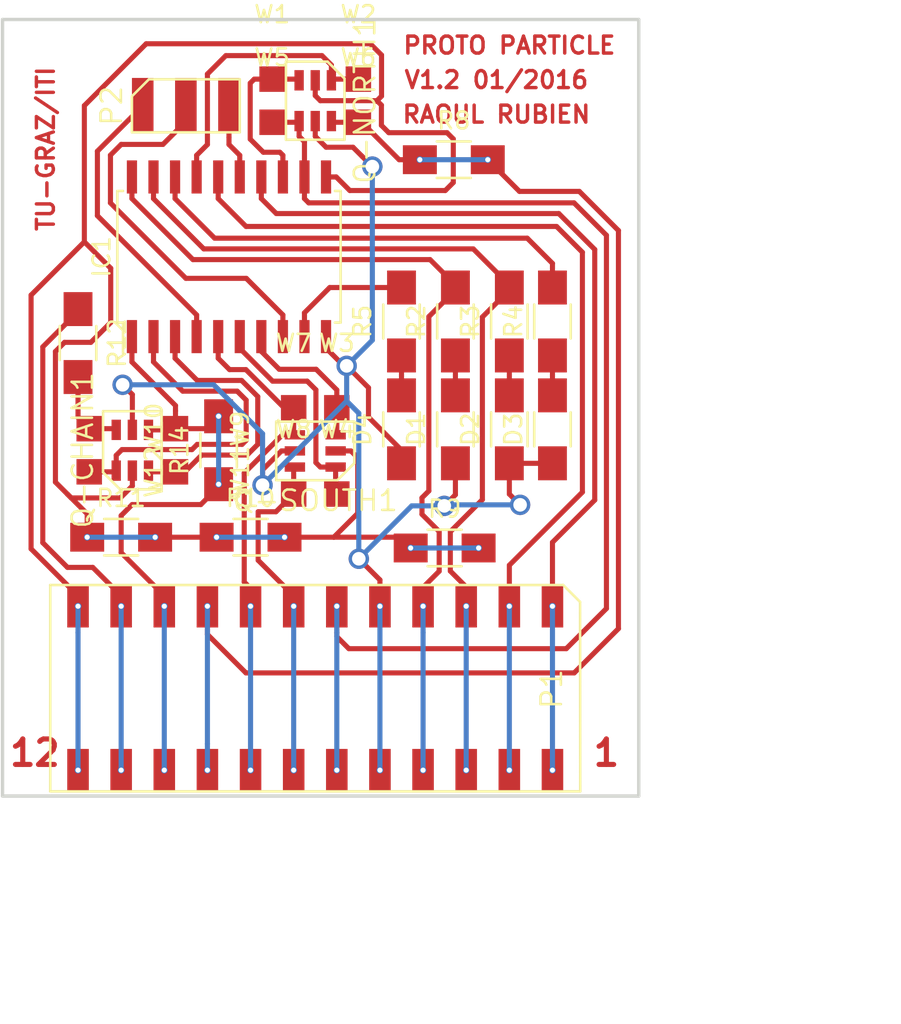
<source format=kicad_pcb>
(kicad_pcb (version 4) (host pcbnew 4.0.1-3.201512221401+6198~38~ubuntu15.10.1-stable)

  (general
    (links 77)
    (no_connects 0)
    (area 128.804999 83.719999 166.470001 129.640001)
    (thickness 1.6)
    (drawings 12)
    (tracks 352)
    (zones 0)
    (modules 32)
    (nets 29)
  )

  (page A4)
  (title_block
    (title "Programmable Matter Particle")
    (date 2016-01-28)
    (rev 0.1)
    (company "Graz University of Technology")
    (comment 1 "Institute of Technical Informatics")
  )

  (layers
    (0 F.Cu signal)
    (31 B.Cu signal)
    (32 B.Adhes user)
    (33 F.Adhes user)
    (34 B.Paste user)
    (35 F.Paste user)
    (36 B.SilkS user)
    (37 F.SilkS user)
    (38 B.Mask user)
    (39 F.Mask user)
    (40 Dwgs.User user)
    (41 Cmts.User user)
    (42 Eco1.User user)
    (43 Eco2.User user)
    (44 Edge.Cuts user)
    (45 Margin user)
    (46 B.CrtYd user)
    (47 F.CrtYd user)
    (48 B.Fab user)
    (49 F.Fab user)
  )

  (setup
    (last_trace_width 0.3)
    (trace_clearance 0.33)
    (zone_clearance 0.508)
    (zone_45_only no)
    (trace_min 0.2)
    (segment_width 0.2)
    (edge_width 0.2)
    (via_size 1.2)
    (via_drill 0.8)
    (via_min_size 0.4)
    (via_min_drill 0.3)
    (uvia_size 0.3)
    (uvia_drill 0.1)
    (uvias_allowed no)
    (uvia_min_size 0.2)
    (uvia_min_drill 0.1)
    (pcb_text_width 0.3)
    (pcb_text_size 1.5 1.5)
    (mod_edge_width 0.15)
    (mod_text_size 1 1)
    (mod_text_width 0.15)
    (pad_size 1.524 1.524)
    (pad_drill 0.762)
    (pad_to_mask_clearance 0.2)
    (aux_axis_origin 0 0)
    (visible_elements FFFFFF1F)
    (pcbplotparams
      (layerselection 0x00030_80000001)
      (usegerberextensions false)
      (excludeedgelayer true)
      (linewidth 0.100000)
      (plotframeref false)
      (viasonmask false)
      (mode 1)
      (useauxorigin false)
      (hpglpennumber 1)
      (hpglpenspeed 20)
      (hpglpendiameter 15)
      (hpglpenoverlay 2)
      (psnegative false)
      (psa4output false)
      (plotreference true)
      (plotvalue true)
      (plotinvisibletext false)
      (padsonsilk false)
      (subtractmaskfromsilk false)
      (outputformat 1)
      (mirror false)
      (drillshape 1)
      (scaleselection 1)
      (outputdirectory ""))
  )

  (net 0 "")
  (net 1 GND)
  (net 2 "Net-(D1-Pad2)")
  (net 3 "Net-(D2-Pad2)")
  (net 4 "Net-(D3-Pad2)")
  (net 5 "Net-(D4-Pad2)")
  (net 6 /TX-NORTH)
  (net 7 /TX-SOUTH)
  (net 8 /RX-SOUTH)
  (net 9 /PWR/TX-SOUTH)
  (net 10 /SW_PWR/RX-SOUTH)
  (net 11 /PWR/TX-CHAIN)
  (net 12 /SW_PWR/RX-CHAIN)
  (net 13 /RX-CHAIN)
  (net 14 /TP3)
  (net 15 /TP2)
  (net 16 /ERROR)
  (net 17 VCC)
  (net 18 /RX-NORTH)
  (net 19 /SW_PWR/RX-NORTH)
  (net 20 /TP1)
  (net 21 /PWR/TX-NORTH)
  (net 22 /STATUS1)
  (net 23 /SCK)
  (net 24 /RESET)
  (net 25 "Net-(Q-CHAIN1-Pad6)")
  (net 26 /TX-CHAIN)
  (net 27 /MISO/TXuart)
  (net 28 /MOSI/RXuart)

  (net_class Default "This is the default net class."
    (clearance 0.33)
    (trace_width 0.3)
    (via_dia 1.2)
    (via_drill 0.8)
    (uvia_dia 0.3)
    (uvia_drill 0.1)
    (add_net /ERROR)
    (add_net /MISO/TXuart)
    (add_net /MOSI/RXuart)
    (add_net /PWR/TX-CHAIN)
    (add_net /PWR/TX-NORTH)
    (add_net /PWR/TX-SOUTH)
    (add_net /RESET)
    (add_net /RX-CHAIN)
    (add_net /RX-NORTH)
    (add_net /RX-SOUTH)
    (add_net /SCK)
    (add_net /STATUS1)
    (add_net /SW_PWR/RX-CHAIN)
    (add_net /SW_PWR/RX-NORTH)
    (add_net /SW_PWR/RX-SOUTH)
    (add_net /TP1)
    (add_net /TP2)
    (add_net /TP3)
    (add_net /TX-CHAIN)
    (add_net /TX-NORTH)
    (add_net /TX-SOUTH)
    (add_net GND)
    (add_net "Net-(D1-Pad2)")
    (add_net "Net-(D2-Pad2)")
    (add_net "Net-(D3-Pad2)")
    (add_net "Net-(D4-Pad2)")
    (add_net "Net-(Q-CHAIN1-Pad6)")
    (add_net VCC)
  )

  (module CONN_SMT_FCI_01x12_RIGHT_ANGLED-71607-312LF:01x12-FCI-71607-312LF (layer F.Cu) (tedit 56A9CBB4) (tstamp 56A9CF96)
    (at 147.32 123.19 180)
    (path /56A8F3DC)
    (fp_text reference P1 (at -13.9192 -0.0508 270) (layer F.SilkS)
      (effects (font (size 1.2 1.2) (thickness 0.15)))
    )
    (fp_text value INTERFACE (at 0 0 180) (layer F.Fab)
      (effects (font (size 1.2 1.2) (thickness 0.15)))
    )
    (fp_line (start -15.5956 5.08) (end -14.5956 6.08) (layer F.SilkS) (width 0.15))
    (fp_line (start -15.605 -6.075) (end -15.5956 5.08) (layer F.SilkS) (width 0.15))
    (fp_line (start -14.5956 6.075) (end 15.605 6.075) (layer F.SilkS) (width 0.15))
    (fp_line (start 15.605 6.075) (end 15.605 -6.075) (layer F.SilkS) (width 0.15))
    (fp_line (start 15.605 -6.075) (end -15.605 -6.075) (layer F.SilkS) (width 0.15))
    (pad 1 smd rect (at -13.97 -4.825 180) (size 1.27 2.5) (layers F.Cu F.Paste F.Mask)
      (net 24 /RESET))
    (pad 1 smd rect (at -13.97 4.825 180) (size 1.27 2.5) (layers F.Cu F.Paste F.Mask)
      (net 24 /RESET))
    (pad 2 smd rect (at -11.43 -4.825 180) (size 1.27 2.5) (layers F.Cu F.Paste F.Mask)
      (net 23 /SCK))
    (pad 2 smd rect (at -11.43 4.825 180) (size 1.27 2.5) (layers F.Cu F.Paste F.Mask)
      (net 23 /SCK))
    (pad 3 smd rect (at -8.89 -4.825 180) (size 1.27 2.5) (layers F.Cu F.Paste F.Mask)
      (net 27 /MISO/TXuart))
    (pad 3 smd rect (at -8.89 4.825 180) (size 1.27 2.5) (layers F.Cu F.Paste F.Mask)
      (net 27 /MISO/TXuart))
    (pad 4 smd rect (at -6.35 -4.825 180) (size 1.27 2.5) (layers F.Cu F.Paste F.Mask)
      (net 28 /MOSI/RXuart))
    (pad 4 smd rect (at -6.35 4.825 180) (size 1.27 2.5) (layers F.Cu F.Paste F.Mask)
      (net 28 /MOSI/RXuart))
    (pad 5 smd rect (at -3.81 -4.825 180) (size 1.27 2.5) (layers F.Cu F.Paste F.Mask)
      (net 1 GND))
    (pad 5 smd rect (at -3.81 4.825 180) (size 1.27 2.5) (layers F.Cu F.Paste F.Mask)
      (net 1 GND))
    (pad 6 smd rect (at -1.27 -4.825 180) (size 1.27 2.5) (layers F.Cu F.Paste F.Mask)
      (net 18 /RX-NORTH))
    (pad 6 smd rect (at -1.27 4.825 180) (size 1.27 2.5) (layers F.Cu F.Paste F.Mask)
      (net 18 /RX-NORTH))
    (pad 7 smd rect (at 1.27 -4.825 180) (size 1.27 2.5) (layers F.Cu F.Paste F.Mask)
      (net 7 /TX-SOUTH))
    (pad 7 smd rect (at 1.27 4.825 180) (size 1.27 2.5) (layers F.Cu F.Paste F.Mask)
      (net 7 /TX-SOUTH))
    (pad 8 smd rect (at 3.81 -4.825 180) (size 1.27 2.5) (layers F.Cu F.Paste F.Mask)
      (net 8 /RX-SOUTH))
    (pad 8 smd rect (at 3.81 4.825 180) (size 1.27 2.5) (layers F.Cu F.Paste F.Mask)
      (net 8 /RX-SOUTH))
    (pad 9 smd rect (at 6.35 -4.825 180) (size 1.27 2.5) (layers F.Cu F.Paste F.Mask)
      (net 6 /TX-NORTH))
    (pad 9 smd rect (at 6.35 4.825 180) (size 1.27 2.5) (layers F.Cu F.Paste F.Mask)
      (net 6 /TX-NORTH))
    (pad 10 smd rect (at 8.89 -4.825 180) (size 1.27 2.5) (layers F.Cu F.Paste F.Mask)
      (net 13 /RX-CHAIN))
    (pad 10 smd rect (at 8.89 4.825 180) (size 1.27 2.5) (layers F.Cu F.Paste F.Mask)
      (net 13 /RX-CHAIN))
    (pad 11 smd rect (at 11.43 -4.825 180) (size 1.27 2.5) (layers F.Cu F.Paste F.Mask)
      (net 26 /TX-CHAIN))
    (pad 11 smd rect (at 11.43 4.825 180) (size 1.27 2.5) (layers F.Cu F.Paste F.Mask)
      (net 26 /TX-CHAIN))
    (pad 12 smd rect (at 13.97 -4.825 180) (size 1.27 2.5) (layers F.Cu F.Paste F.Mask)
      (net 17 VCC))
    (pad 12 smd rect (at 13.97 4.825 180) (size 1.27 2.5) (layers F.Cu F.Paste F.Mask)
      (net 17 VCC))
    (model ${KIPRJMOD}/3d/CONN_SMT_FCI_01x12_RIGHT_ANGLED-71607-312LF.wrl
      (at (xyz 0 0 0))
      (scale (xyz 0.3937 0.3937 0.3937))
      (rotate (xyz 0 0 0))
    )
  )

  (module Housings_SOIC:SOIC-20_7.5x12.8mm_Pitch1.27mm (layer F.Cu) (tedit 54130A77) (tstamp 56A8E533)
    (at 142.24 97.79 90)
    (descr "20-Lead Plastic Small Outline (SO) - Wide, 7.50 mm Body [SOIC] (see Microchip Packaging Specification 00000049BS.pdf)")
    (tags "SOIC 1.27")
    (path /56A8C6DB)
    (attr smd)
    (fp_text reference IC1 (at 0 -7.5 90) (layer F.SilkS)
      (effects (font (size 1 1) (thickness 0.15)))
    )
    (fp_text value ATTINY1634-SU (at 0 7.5 90) (layer F.Fab)
      (effects (font (size 1 1) (thickness 0.15)))
    )
    (fp_line (start -5.95 -6.75) (end -5.95 6.75) (layer F.CrtYd) (width 0.05))
    (fp_line (start 5.95 -6.75) (end 5.95 6.75) (layer F.CrtYd) (width 0.05))
    (fp_line (start -5.95 -6.75) (end 5.95 -6.75) (layer F.CrtYd) (width 0.05))
    (fp_line (start -5.95 6.75) (end 5.95 6.75) (layer F.CrtYd) (width 0.05))
    (fp_line (start -3.875 -6.575) (end -3.875 -6.24) (layer F.SilkS) (width 0.15))
    (fp_line (start 3.875 -6.575) (end 3.875 -6.24) (layer F.SilkS) (width 0.15))
    (fp_line (start 3.875 6.575) (end 3.875 6.24) (layer F.SilkS) (width 0.15))
    (fp_line (start -3.875 6.575) (end -3.875 6.24) (layer F.SilkS) (width 0.15))
    (fp_line (start -3.875 -6.575) (end 3.875 -6.575) (layer F.SilkS) (width 0.15))
    (fp_line (start -3.875 6.575) (end 3.875 6.575) (layer F.SilkS) (width 0.15))
    (fp_line (start -3.875 -6.24) (end -5.675 -6.24) (layer F.SilkS) (width 0.15))
    (pad 1 smd rect (at -4.7 -5.715 90) (size 1.95 0.6) (layers F.Cu F.Paste F.Mask)
      (net 13 /RX-CHAIN))
    (pad 2 smd rect (at -4.7 -4.445 90) (size 1.95 0.6) (layers F.Cu F.Paste F.Mask)
      (net 11 /PWR/TX-CHAIN))
    (pad 3 smd rect (at -4.7 -3.175 90) (size 1.95 0.6) (layers F.Cu F.Paste F.Mask)
      (net 12 /SW_PWR/RX-CHAIN))
    (pad 4 smd rect (at -4.7 -1.905 90) (size 1.95 0.6) (layers F.Cu F.Paste F.Mask)
      (net 14 /TP3))
    (pad 5 smd rect (at -4.7 -0.635 90) (size 1.95 0.6) (layers F.Cu F.Paste F.Mask)
      (net 8 /RX-SOUTH))
    (pad 6 smd rect (at -4.7 0.635 90) (size 1.95 0.6) (layers F.Cu F.Paste F.Mask)
      (net 9 /PWR/TX-SOUTH))
    (pad 7 smd rect (at -4.7 1.905 90) (size 1.95 0.6) (layers F.Cu F.Paste F.Mask)
      (net 10 /SW_PWR/RX-SOUTH))
    (pad 8 smd rect (at -4.7 3.175 90) (size 1.95 0.6) (layers F.Cu F.Paste F.Mask)
      (net 15 /TP2))
    (pad 9 smd rect (at -4.7 4.445 90) (size 1.95 0.6) (layers F.Cu F.Paste F.Mask)
      (net 16 /ERROR))
    (pad 10 smd rect (at -4.7 5.715 90) (size 1.95 0.6) (layers F.Cu F.Paste F.Mask)
      (net 1 GND))
    (pad 11 smd rect (at 4.7 5.715 90) (size 1.95 0.6) (layers F.Cu F.Paste F.Mask)
      (net 17 VCC))
    (pad 12 smd rect (at 4.7 4.445 90) (size 1.95 0.6) (layers F.Cu F.Paste F.Mask)
      (net 18 /RX-NORTH))
    (pad 13 smd rect (at 4.7 3.175 90) (size 1.95 0.6) (layers F.Cu F.Paste F.Mask)
      (net 19 /SW_PWR/RX-NORTH))
    (pad 14 smd rect (at 4.7 1.905 90) (size 1.95 0.6) (layers F.Cu F.Paste F.Mask)
      (net 24 /RESET))
    (pad 15 smd rect (at 4.7 0.635 90) (size 1.95 0.6) (layers F.Cu F.Paste F.Mask)
      (net 20 /TP1))
    (pad 16 smd rect (at 4.7 -0.635 90) (size 1.95 0.6) (layers F.Cu F.Paste F.Mask)
      (net 23 /SCK))
    (pad 17 smd rect (at 4.7 -1.905 90) (size 1.95 0.6) (layers F.Cu F.Paste F.Mask)
      (net 21 /PWR/TX-NORTH))
    (pad 18 smd rect (at 4.7 -3.175 90) (size 1.95 0.6) (layers F.Cu F.Paste F.Mask)
      (net 22 /STATUS1))
    (pad 19 smd rect (at 4.7 -4.445 90) (size 1.95 0.6) (layers F.Cu F.Paste F.Mask)
      (net 27 /MISO/TXuart))
    (pad 20 smd rect (at 4.7 -5.715 90) (size 1.95 0.6) (layers F.Cu F.Paste F.Mask)
      (net 28 /MOSI/RXuart))
    (model Housings_SOIC.3dshapes/SOIC-20_7.5x12.8mm_Pitch1.27mm.wrl
      (at (xyz 0 0 0))
      (scale (xyz 1 1 1))
      (rotate (xyz 0 0 0))
    )
  )

  (module sot26:SOT-26 (layer F.Cu) (tedit 56818D0C) (tstamp 56A8FE15)
    (at 147.32 88.6 180)
    (path /56A8C70E)
    (fp_text reference Q-NORTH1 (at -2.925 0 270) (layer F.SilkS)
      (effects (font (size 1.2 1.2) (thickness 0.15)))
    )
    (fp_text value DMC2700UDM-7 (at 0 0 180) (layer F.Fab)
      (effects (font (size 1.2 1.2) (thickness 0.15)))
    )
    (fp_line (start -1.725 1.3) (end -0.725 2.3) (layer F.SilkS) (width 0.15))
    (fp_line (start -1.725 -2.3) (end -1.725 1.3) (layer F.SilkS) (width 0.15))
    (fp_line (start -1.725 -2.3) (end 1.725 -2.3) (layer F.SilkS) (width 0.15))
    (fp_line (start 1.725 2.3) (end 1.725 -2.3) (layer F.SilkS) (width 0.15))
    (fp_line (start 1.725 2.3) (end -0.725 2.3) (layer F.SilkS) (width 0.15))
    (pad 6 smd rect (at -0.95 -1.2 180) (size 0.55 1.2) (layers F.Cu F.Paste F.Mask)
      (net 6 /TX-NORTH))
    (pad 1 smd rect (at -0.95 1.2 180) (size 0.55 1.2) (layers F.Cu F.Paste F.Mask)
      (net 21 /PWR/TX-NORTH))
    (pad 5 smd rect (at 0 -1.2 180) (size 0.55 1.2) (layers F.Cu F.Paste F.Mask)
      (net 1 GND))
    (pad 2 smd rect (at 0 1.2 180) (size 0.55 1.2) (layers F.Cu F.Paste F.Mask)
      (net 17 VCC))
    (pad 4 smd rect (at 0.95 -1.2 180) (size 0.55 1.2) (layers F.Cu F.Paste F.Mask)
      (net 18 /RX-NORTH))
    (pad 3 smd rect (at 0.95 1.2 180) (size 0.55 1.2) (layers F.Cu F.Paste F.Mask)
      (net 19 /SW_PWR/RX-NORTH))
    (model ${KIPRJMOD}/3d/SOT_26.wrl
      (at (xyz 0 0 0))
      (scale (xyz 0.3937 0.3937 0.3937))
      (rotate (xyz 0 0 0))
    )
  )

  (module Resistors_SMD:R_1206_HandSoldering (layer F.Cu) (tedit 5418A20D) (tstamp 56A8E4FD)
    (at 155.575 107.95 90)
    (descr "Resistor SMD 1206, hand soldering")
    (tags "resistor 1206")
    (path /56A8C6E5)
    (attr smd)
    (fp_text reference D1 (at 0 -2.3 90) (layer F.SilkS)
      (effects (font (size 1 1) (thickness 0.15)))
    )
    (fp_text value HEARTBEAT (at 0 2.3 90) (layer F.Fab)
      (effects (font (size 1 1) (thickness 0.15)))
    )
    (fp_line (start -3.3 -1.2) (end 3.3 -1.2) (layer F.CrtYd) (width 0.05))
    (fp_line (start -3.3 1.2) (end 3.3 1.2) (layer F.CrtYd) (width 0.05))
    (fp_line (start -3.3 -1.2) (end -3.3 1.2) (layer F.CrtYd) (width 0.05))
    (fp_line (start 3.3 -1.2) (end 3.3 1.2) (layer F.CrtYd) (width 0.05))
    (fp_line (start 1 1.075) (end -1 1.075) (layer F.SilkS) (width 0.15))
    (fp_line (start -1 -1.075) (end 1 -1.075) (layer F.SilkS) (width 0.15))
    (pad 1 smd rect (at -2 0 90) (size 2 1.7) (layers F.Cu F.Paste F.Mask)
      (net 1 GND))
    (pad 2 smd rect (at 2 0 90) (size 2 1.7) (layers F.Cu F.Paste F.Mask)
      (net 2 "Net-(D1-Pad2)"))
    (model ${KIPRJMOD}/3d/LED_SMD_1206_GREEN.wrl
      (at (xyz 0 0 0))
      (scale (xyz 0.3937 0.3937 0.3937))
      (rotate (xyz 0 0 0))
    )
  )

  (module Resistors_SMD:R_1206_HandSoldering (layer F.Cu) (tedit 5418A20D) (tstamp 56A8E503)
    (at 158.75 107.95 90)
    (descr "Resistor SMD 1206, hand soldering")
    (tags "resistor 1206")
    (path /56A8C6E7)
    (attr smd)
    (fp_text reference D2 (at 0 -2.3 90) (layer F.SilkS)
      (effects (font (size 1 1) (thickness 0.15)))
    )
    (fp_text value STATUS0 (at 0 2.3 90) (layer F.Fab)
      (effects (font (size 1 1) (thickness 0.15)))
    )
    (fp_line (start -3.3 -1.2) (end 3.3 -1.2) (layer F.CrtYd) (width 0.05))
    (fp_line (start -3.3 1.2) (end 3.3 1.2) (layer F.CrtYd) (width 0.05))
    (fp_line (start -3.3 -1.2) (end -3.3 1.2) (layer F.CrtYd) (width 0.05))
    (fp_line (start 3.3 -1.2) (end 3.3 1.2) (layer F.CrtYd) (width 0.05))
    (fp_line (start 1 1.075) (end -1 1.075) (layer F.SilkS) (width 0.15))
    (fp_line (start -1 -1.075) (end 1 -1.075) (layer F.SilkS) (width 0.15))
    (pad 1 smd rect (at -2 0 90) (size 2 1.7) (layers F.Cu F.Paste F.Mask)
      (net 1 GND))
    (pad 2 smd rect (at 2 0 90) (size 2 1.7) (layers F.Cu F.Paste F.Mask)
      (net 3 "Net-(D2-Pad2)"))
    (model ${KIPRJMOD}/3d/LED_SMD_1206_ORANGE.wrl
      (at (xyz 0 0 0))
      (scale (xyz 0.3937 0.3937 0.3937))
      (rotate (xyz 0 0 0))
    )
  )

  (module Resistors_SMD:R_1206_HandSoldering (layer F.Cu) (tedit 5418A20D) (tstamp 56A8E509)
    (at 161.29 107.95 90)
    (descr "Resistor SMD 1206, hand soldering")
    (tags "resistor 1206")
    (path /56A8C6F9)
    (attr smd)
    (fp_text reference D3 (at 0 -2.3 90) (layer F.SilkS)
      (effects (font (size 1 1) (thickness 0.15)))
    )
    (fp_text value STATUS1 (at 0 2.3 90) (layer F.Fab)
      (effects (font (size 1 1) (thickness 0.15)))
    )
    (fp_line (start -3.3 -1.2) (end 3.3 -1.2) (layer F.CrtYd) (width 0.05))
    (fp_line (start -3.3 1.2) (end 3.3 1.2) (layer F.CrtYd) (width 0.05))
    (fp_line (start -3.3 -1.2) (end -3.3 1.2) (layer F.CrtYd) (width 0.05))
    (fp_line (start 3.3 -1.2) (end 3.3 1.2) (layer F.CrtYd) (width 0.05))
    (fp_line (start 1 1.075) (end -1 1.075) (layer F.SilkS) (width 0.15))
    (fp_line (start -1 -1.075) (end 1 -1.075) (layer F.SilkS) (width 0.15))
    (pad 1 smd rect (at -2 0 90) (size 2 1.7) (layers F.Cu F.Paste F.Mask)
      (net 1 GND))
    (pad 2 smd rect (at 2 0 90) (size 2 1.7) (layers F.Cu F.Paste F.Mask)
      (net 4 "Net-(D3-Pad2)"))
    (model ${KIPRJMOD}/3d/LED_SMD_1206_ORANGE.wrl
      (at (xyz 0 0 0))
      (scale (xyz 0.3937 0.3937 0.3937))
      (rotate (xyz 0 0 0))
    )
  )

  (module Resistors_SMD:R_1206_HandSoldering (layer F.Cu) (tedit 5418A20D) (tstamp 56A8E50F)
    (at 152.4 107.95 90)
    (descr "Resistor SMD 1206, hand soldering")
    (tags "resistor 1206")
    (path /56A8C6E9)
    (attr smd)
    (fp_text reference D4 (at 0 -2.3 90) (layer F.SilkS)
      (effects (font (size 1 1) (thickness 0.15)))
    )
    (fp_text value ERROR (at 0 2.3 90) (layer F.Fab)
      (effects (font (size 1 1) (thickness 0.15)))
    )
    (fp_line (start -3.3 -1.2) (end 3.3 -1.2) (layer F.CrtYd) (width 0.05))
    (fp_line (start -3.3 1.2) (end 3.3 1.2) (layer F.CrtYd) (width 0.05))
    (fp_line (start -3.3 -1.2) (end -3.3 1.2) (layer F.CrtYd) (width 0.05))
    (fp_line (start 3.3 -1.2) (end 3.3 1.2) (layer F.CrtYd) (width 0.05))
    (fp_line (start 1 1.075) (end -1 1.075) (layer F.SilkS) (width 0.15))
    (fp_line (start -1 -1.075) (end 1 -1.075) (layer F.SilkS) (width 0.15))
    (pad 1 smd rect (at -2 0 90) (size 2 1.7) (layers F.Cu F.Paste F.Mask)
      (net 1 GND))
    (pad 2 smd rect (at 2 0 90) (size 2 1.7) (layers F.Cu F.Paste F.Mask)
      (net 5 "Net-(D4-Pad2)"))
    (model ${KIPRJMOD}/3d/LED_SMD_1206_RED.wrl
      (at (xyz 0 0 0))
      (scale (xyz 0.3937 0.3937 0.3937))
      (rotate (xyz 0 0 0))
    )
  )

  (module Resistors_SMD:R_1206_HandSoldering (layer F.Cu) (tedit 5418A20D) (tstamp 56A8E58D)
    (at 155.575 101.6 90)
    (descr "Resistor SMD 1206, hand soldering")
    (tags "resistor 1206")
    (path /56A8C6E6)
    (attr smd)
    (fp_text reference R2 (at 0 -2.3 90) (layer F.SilkS)
      (effects (font (size 1 1) (thickness 0.15)))
    )
    (fp_text value 1k2 (at 0 2.3 90) (layer F.Fab)
      (effects (font (size 1 1) (thickness 0.15)))
    )
    (fp_line (start -3.3 -1.2) (end 3.3 -1.2) (layer F.CrtYd) (width 0.05))
    (fp_line (start -3.3 1.2) (end 3.3 1.2) (layer F.CrtYd) (width 0.05))
    (fp_line (start -3.3 -1.2) (end -3.3 1.2) (layer F.CrtYd) (width 0.05))
    (fp_line (start 3.3 -1.2) (end 3.3 1.2) (layer F.CrtYd) (width 0.05))
    (fp_line (start 1 1.075) (end -1 1.075) (layer F.SilkS) (width 0.15))
    (fp_line (start -1 -1.075) (end 1 -1.075) (layer F.SilkS) (width 0.15))
    (pad 1 smd rect (at -2 0 90) (size 2 1.7) (layers F.Cu F.Paste F.Mask)
      (net 2 "Net-(D1-Pad2)"))
    (pad 2 smd rect (at 2 0 90) (size 2 1.7) (layers F.Cu F.Paste F.Mask)
      (net 28 /MOSI/RXuart))
    (model Resistors_SMD.3dshapes/R_1206_HandSoldering.wrl
      (at (xyz 0 0 0))
      (scale (xyz 1 1 1))
      (rotate (xyz 0 0 0))
    )
  )

  (module Resistors_SMD:R_1206_HandSoldering (layer F.Cu) (tedit 5418A20D) (tstamp 56A8E593)
    (at 158.75 101.6 90)
    (descr "Resistor SMD 1206, hand soldering")
    (tags "resistor 1206")
    (path /56A8C6E8)
    (attr smd)
    (fp_text reference R3 (at 0 -2.3 90) (layer F.SilkS)
      (effects (font (size 1 1) (thickness 0.15)))
    )
    (fp_text value 1k2 (at 0 2.3 90) (layer F.Fab)
      (effects (font (size 1 1) (thickness 0.15)))
    )
    (fp_line (start -3.3 -1.2) (end 3.3 -1.2) (layer F.CrtYd) (width 0.05))
    (fp_line (start -3.3 1.2) (end 3.3 1.2) (layer F.CrtYd) (width 0.05))
    (fp_line (start -3.3 -1.2) (end -3.3 1.2) (layer F.CrtYd) (width 0.05))
    (fp_line (start 3.3 -1.2) (end 3.3 1.2) (layer F.CrtYd) (width 0.05))
    (fp_line (start 1 1.075) (end -1 1.075) (layer F.SilkS) (width 0.15))
    (fp_line (start -1 -1.075) (end 1 -1.075) (layer F.SilkS) (width 0.15))
    (pad 1 smd rect (at -2 0 90) (size 2 1.7) (layers F.Cu F.Paste F.Mask)
      (net 3 "Net-(D2-Pad2)"))
    (pad 2 smd rect (at 2 0 90) (size 2 1.7) (layers F.Cu F.Paste F.Mask)
      (net 27 /MISO/TXuart))
    (model Resistors_SMD.3dshapes/R_1206_HandSoldering.wrl
      (at (xyz 0 0 0))
      (scale (xyz 1 1 1))
      (rotate (xyz 0 0 0))
    )
  )

  (module Resistors_SMD:R_1206_HandSoldering (layer F.Cu) (tedit 5418A20D) (tstamp 56A8E599)
    (at 161.29 101.6 90)
    (descr "Resistor SMD 1206, hand soldering")
    (tags "resistor 1206")
    (path /56A8C6FA)
    (attr smd)
    (fp_text reference R4 (at 0 -2.3 90) (layer F.SilkS)
      (effects (font (size 1 1) (thickness 0.15)))
    )
    (fp_text value 1k2 (at 0 2.3 90) (layer F.Fab)
      (effects (font (size 1 1) (thickness 0.15)))
    )
    (fp_line (start -3.3 -1.2) (end 3.3 -1.2) (layer F.CrtYd) (width 0.05))
    (fp_line (start -3.3 1.2) (end 3.3 1.2) (layer F.CrtYd) (width 0.05))
    (fp_line (start -3.3 -1.2) (end -3.3 1.2) (layer F.CrtYd) (width 0.05))
    (fp_line (start 3.3 -1.2) (end 3.3 1.2) (layer F.CrtYd) (width 0.05))
    (fp_line (start 1 1.075) (end -1 1.075) (layer F.SilkS) (width 0.15))
    (fp_line (start -1 -1.075) (end 1 -1.075) (layer F.SilkS) (width 0.15))
    (pad 1 smd rect (at -2 0 90) (size 2 1.7) (layers F.Cu F.Paste F.Mask)
      (net 4 "Net-(D3-Pad2)"))
    (pad 2 smd rect (at 2 0 90) (size 2 1.7) (layers F.Cu F.Paste F.Mask)
      (net 22 /STATUS1))
    (model Resistors_SMD.3dshapes/R_1206_HandSoldering.wrl
      (at (xyz 0 0 0))
      (scale (xyz 1 1 1))
      (rotate (xyz 0 0 0))
    )
  )

  (module Resistors_SMD:R_1206_HandSoldering (layer F.Cu) (tedit 5418A20D) (tstamp 56A8E59F)
    (at 152.4 101.6 90)
    (descr "Resistor SMD 1206, hand soldering")
    (tags "resistor 1206")
    (path /56A8C6EA)
    (attr smd)
    (fp_text reference R5 (at 0 -2.3 90) (layer F.SilkS)
      (effects (font (size 1 1) (thickness 0.15)))
    )
    (fp_text value 1k2 (at 0 2.3 90) (layer F.Fab)
      (effects (font (size 1 1) (thickness 0.15)))
    )
    (fp_line (start -3.3 -1.2) (end 3.3 -1.2) (layer F.CrtYd) (width 0.05))
    (fp_line (start -3.3 1.2) (end 3.3 1.2) (layer F.CrtYd) (width 0.05))
    (fp_line (start -3.3 -1.2) (end -3.3 1.2) (layer F.CrtYd) (width 0.05))
    (fp_line (start 3.3 -1.2) (end 3.3 1.2) (layer F.CrtYd) (width 0.05))
    (fp_line (start 1 1.075) (end -1 1.075) (layer F.SilkS) (width 0.15))
    (fp_line (start -1 -1.075) (end 1 -1.075) (layer F.SilkS) (width 0.15))
    (pad 1 smd rect (at -2 0 90) (size 2 1.7) (layers F.Cu F.Paste F.Mask)
      (net 5 "Net-(D4-Pad2)"))
    (pad 2 smd rect (at 2 0 90) (size 2 1.7) (layers F.Cu F.Paste F.Mask)
      (net 16 /ERROR))
    (model Resistors_SMD.3dshapes/R_1206_HandSoldering.wrl
      (at (xyz 0 0 0))
      (scale (xyz 1 1 1))
      (rotate (xyz 0 0 0))
    )
  )

  (module Resistors_SMD:R_1206_HandSoldering (layer F.Cu) (tedit 5418A20D) (tstamp 56A8E5B1)
    (at 155.48 92.075)
    (descr "Resistor SMD 1206, hand soldering")
    (tags "resistor 1206")
    (path /56A8C6EE)
    (attr smd)
    (fp_text reference R8 (at 0 -2.3) (layer F.SilkS)
      (effects (font (size 1 1) (thickness 0.15)))
    )
    (fp_text value 0R (at 0 2.3) (layer F.Fab)
      (effects (font (size 1 1) (thickness 0.15)))
    )
    (fp_line (start -3.3 -1.2) (end 3.3 -1.2) (layer F.CrtYd) (width 0.05))
    (fp_line (start -3.3 1.2) (end 3.3 1.2) (layer F.CrtYd) (width 0.05))
    (fp_line (start -3.3 -1.2) (end -3.3 1.2) (layer F.CrtYd) (width 0.05))
    (fp_line (start 3.3 -1.2) (end 3.3 1.2) (layer F.CrtYd) (width 0.05))
    (fp_line (start 1 1.075) (end -1 1.075) (layer F.SilkS) (width 0.15))
    (fp_line (start -1 -1.075) (end 1 -1.075) (layer F.SilkS) (width 0.15))
    (pad 1 smd rect (at -2 0) (size 2 1.7) (layers F.Cu F.Paste F.Mask)
      (net 6 /TX-NORTH))
    (pad 2 smd rect (at 2 0) (size 2 1.7) (layers F.Cu F.Paste F.Mask)
      (net 6 /TX-NORTH))
    (model Resistors_SMD.3dshapes/R_1206_HandSoldering.wrl
      (at (xyz 0 0 0))
      (scale (xyz 1 1 1))
      (rotate (xyz 0 0 0))
    )
  )

  (module Resistors_SMD:R_1206_HandSoldering (layer F.Cu) (tedit 5418A20D) (tstamp 56A8E5B7)
    (at 154.94 114.935)
    (descr "Resistor SMD 1206, hand soldering")
    (tags "resistor 1206")
    (path /56A8C6ED)
    (attr smd)
    (fp_text reference R9 (at 0 -2.3) (layer F.SilkS)
      (effects (font (size 1 1) (thickness 0.15)))
    )
    (fp_text value 0R (at 0 2.3) (layer F.Fab)
      (effects (font (size 1 1) (thickness 0.15)))
    )
    (fp_line (start -3.3 -1.2) (end 3.3 -1.2) (layer F.CrtYd) (width 0.05))
    (fp_line (start -3.3 1.2) (end 3.3 1.2) (layer F.CrtYd) (width 0.05))
    (fp_line (start -3.3 -1.2) (end -3.3 1.2) (layer F.CrtYd) (width 0.05))
    (fp_line (start 3.3 -1.2) (end 3.3 1.2) (layer F.CrtYd) (width 0.05))
    (fp_line (start 1 1.075) (end -1 1.075) (layer F.SilkS) (width 0.15))
    (fp_line (start -1 -1.075) (end 1 -1.075) (layer F.SilkS) (width 0.15))
    (pad 1 smd rect (at -2 0) (size 2 1.7) (layers F.Cu F.Paste F.Mask)
      (net 17 VCC))
    (pad 2 smd rect (at 2 0) (size 2 1.7) (layers F.Cu F.Paste F.Mask)
      (net 17 VCC))
    (model Resistors_SMD.3dshapes/R_1206_HandSoldering.wrl
      (at (xyz 0 0 0))
      (scale (xyz 1 1 1))
      (rotate (xyz 0 0 0))
    )
  )

  (module Resistors_SMD:R_1206_HandSoldering (layer F.Cu) (tedit 5418A20D) (tstamp 56A8E5BD)
    (at 143.51 114.3)
    (descr "Resistor SMD 1206, hand soldering")
    (tags "resistor 1206")
    (path /56A8C6F0)
    (attr smd)
    (fp_text reference R10 (at 0 -2.3) (layer F.SilkS)
      (effects (font (size 1 1) (thickness 0.15)))
    )
    (fp_text value 0R (at 0 2.3) (layer F.Fab)
      (effects (font (size 1 1) (thickness 0.15)))
    )
    (fp_line (start -3.3 -1.2) (end 3.3 -1.2) (layer F.CrtYd) (width 0.05))
    (fp_line (start -3.3 1.2) (end 3.3 1.2) (layer F.CrtYd) (width 0.05))
    (fp_line (start -3.3 -1.2) (end -3.3 1.2) (layer F.CrtYd) (width 0.05))
    (fp_line (start 3.3 -1.2) (end 3.3 1.2) (layer F.CrtYd) (width 0.05))
    (fp_line (start 1 1.075) (end -1 1.075) (layer F.SilkS) (width 0.15))
    (fp_line (start -1 -1.075) (end 1 -1.075) (layer F.SilkS) (width 0.15))
    (pad 1 smd rect (at -2 0) (size 2 1.7) (layers F.Cu F.Paste F.Mask)
      (net 17 VCC))
    (pad 2 smd rect (at 2 0) (size 2 1.7) (layers F.Cu F.Paste F.Mask)
      (net 17 VCC))
    (model Resistors_SMD.3dshapes/R_1206_HandSoldering.wrl
      (at (xyz 0 0 0))
      (scale (xyz 1 1 1))
      (rotate (xyz 0 0 0))
    )
  )

  (module Resistors_SMD:R_1206_HandSoldering (layer F.Cu) (tedit 5418A20D) (tstamp 56A8E5C3)
    (at 135.89 114.3)
    (descr "Resistor SMD 1206, hand soldering")
    (tags "resistor 1206")
    (path /56A8C6F6)
    (attr smd)
    (fp_text reference R11 (at 0 -2.3) (layer F.SilkS)
      (effects (font (size 1 1) (thickness 0.15)))
    )
    (fp_text value 0R (at 0 2.3) (layer F.Fab)
      (effects (font (size 1 1) (thickness 0.15)))
    )
    (fp_line (start -3.3 -1.2) (end 3.3 -1.2) (layer F.CrtYd) (width 0.05))
    (fp_line (start -3.3 1.2) (end 3.3 1.2) (layer F.CrtYd) (width 0.05))
    (fp_line (start -3.3 -1.2) (end -3.3 1.2) (layer F.CrtYd) (width 0.05))
    (fp_line (start 3.3 -1.2) (end 3.3 1.2) (layer F.CrtYd) (width 0.05))
    (fp_line (start 1 1.075) (end -1 1.075) (layer F.SilkS) (width 0.15))
    (fp_line (start -1 -1.075) (end 1 -1.075) (layer F.SilkS) (width 0.15))
    (pad 1 smd rect (at -2 0) (size 2 1.7) (layers F.Cu F.Paste F.Mask)
      (net 17 VCC))
    (pad 2 smd rect (at 2 0) (size 2 1.7) (layers F.Cu F.Paste F.Mask)
      (net 17 VCC))
    (model Resistors_SMD.3dshapes/R_1206_HandSoldering.wrl
      (at (xyz 0 0 0))
      (scale (xyz 1 1 1))
      (rotate (xyz 0 0 0))
    )
  )

  (module Resistors_SMD:R_1206_HandSoldering (layer F.Cu) (tedit 5418A20D) (tstamp 56A8E5C9)
    (at 133.35 102.87 270)
    (descr "Resistor SMD 1206, hand soldering")
    (tags "resistor 1206")
    (path /56A8C70F)
    (attr smd)
    (fp_text reference R12 (at 0 -2.3 270) (layer F.SilkS)
      (effects (font (size 1 1) (thickness 0.15)))
    )
    (fp_text value 1k2 (at 0 2.3 270) (layer F.Fab)
      (effects (font (size 1 1) (thickness 0.15)))
    )
    (fp_line (start -3.3 -1.2) (end 3.3 -1.2) (layer F.CrtYd) (width 0.05))
    (fp_line (start -3.3 1.2) (end 3.3 1.2) (layer F.CrtYd) (width 0.05))
    (fp_line (start -3.3 -1.2) (end -3.3 1.2) (layer F.CrtYd) (width 0.05))
    (fp_line (start 3.3 -1.2) (end 3.3 1.2) (layer F.CrtYd) (width 0.05))
    (fp_line (start 1 1.075) (end -1 1.075) (layer F.SilkS) (width 0.15))
    (fp_line (start -1 -1.075) (end 1 -1.075) (layer F.SilkS) (width 0.15))
    (pad 1 smd rect (at -2 0 270) (size 2 1.7) (layers F.Cu F.Paste F.Mask)
      (net 26 /TX-CHAIN))
    (pad 2 smd rect (at 2 0 270) (size 2 1.7) (layers F.Cu F.Paste F.Mask)
      (net 25 "Net-(Q-CHAIN1-Pad6)"))
    (model Resistors_SMD.3dshapes/R_1206_HandSoldering.wrl
      (at (xyz 0 0 0))
      (scale (xyz 1 1 1))
      (rotate (xyz 0 0 0))
    )
  )

  (module Measurement_Points:Measurement_Point_Square-SMD-Pad_Small (layer F.Cu) (tedit 0) (tstamp 56A8EEAF)
    (at 144.78 87.33)
    (descr "Mesurement Point, Square, SMD Pad,  1.5mm x 1.5mm,")
    (tags "Mesurement Point, Square, SMD Pad, 1.5mm x 1.5mm,")
    (path /56A94549)
    (fp_text reference W1 (at 0 -3.81) (layer F.SilkS)
      (effects (font (size 1 1) (thickness 0.15)))
    )
    (fp_text value TP1-N (at 2.54 3.81) (layer F.Fab)
      (effects (font (size 1 1) (thickness 0.15)))
    )
    (pad 1 smd rect (at 0 0) (size 1.50114 1.50114) (layers F.Cu F.Paste F.Mask)
      (net 19 /SW_PWR/RX-NORTH))
  )

  (module Measurement_Points:Measurement_Point_Square-SMD-Pad_Small (layer F.Cu) (tedit 0) (tstamp 56A8EEB4)
    (at 149.86 87.33)
    (descr "Mesurement Point, Square, SMD Pad,  1.5mm x 1.5mm,")
    (tags "Mesurement Point, Square, SMD Pad, 1.5mm x 1.5mm,")
    (path /56A93461)
    (fp_text reference W2 (at 0 -3.81) (layer F.SilkS)
      (effects (font (size 1 1) (thickness 0.15)))
    )
    (fp_text value TP3-N (at 2.54 3.81) (layer F.Fab)
      (effects (font (size 1 1) (thickness 0.15)))
    )
    (pad 1 smd rect (at 0 0) (size 1.50114 1.50114) (layers F.Cu F.Paste F.Mask)
      (net 21 /PWR/TX-NORTH))
  )

  (module Measurement_Points:Measurement_Point_Square-SMD-Pad_Small (layer F.Cu) (tedit 0) (tstamp 56A8EEB9)
    (at 148.59 106.68)
    (descr "Mesurement Point, Square, SMD Pad,  1.5mm x 1.5mm,")
    (tags "Mesurement Point, Square, SMD Pad, 1.5mm x 1.5mm,")
    (path /56A93D71)
    (fp_text reference W3 (at 0 -3.81) (layer F.SilkS)
      (effects (font (size 1 1) (thickness 0.15)))
    )
    (fp_text value TP1-S (at 2.54 3.81) (layer F.Fab)
      (effects (font (size 1 1) (thickness 0.15)))
    )
    (pad 1 smd rect (at 0 0) (size 1.50114 1.50114) (layers F.Cu F.Paste F.Mask)
      (net 10 /SW_PWR/RX-SOUTH))
  )

  (module Measurement_Points:Measurement_Point_Square-SMD-Pad_Small (layer F.Cu) (tedit 0) (tstamp 56A8EEBE)
    (at 148.59 111.76)
    (descr "Mesurement Point, Square, SMD Pad,  1.5mm x 1.5mm,")
    (tags "Mesurement Point, Square, SMD Pad, 1.5mm x 1.5mm,")
    (path /56A93E8E)
    (fp_text reference W4 (at 0 -3.81) (layer F.SilkS)
      (effects (font (size 1 1) (thickness 0.15)))
    )
    (fp_text value TP3-S (at 2.54 3.81) (layer F.Fab)
      (effects (font (size 1 1) (thickness 0.15)))
    )
    (pad 1 smd rect (at 0 0) (size 1.50114 1.50114) (layers F.Cu F.Paste F.Mask)
      (net 9 /PWR/TX-SOUTH))
  )

  (module Measurement_Points:Measurement_Point_Square-SMD-Pad_Small (layer F.Cu) (tedit 0) (tstamp 56A8EEC3)
    (at 144.78 89.87)
    (descr "Mesurement Point, Square, SMD Pad,  1.5mm x 1.5mm,")
    (tags "Mesurement Point, Square, SMD Pad, 1.5mm x 1.5mm,")
    (path /56A937C8)
    (fp_text reference W5 (at 0 -3.81) (layer F.SilkS)
      (effects (font (size 1 1) (thickness 0.15)))
    )
    (fp_text value TP2-N (at 2.54 3.81) (layer F.Fab)
      (effects (font (size 1 1) (thickness 0.15)))
    )
    (pad 1 smd rect (at 0 0) (size 1.50114 1.50114) (layers F.Cu F.Paste F.Mask)
      (net 18 /RX-NORTH))
  )

  (module Measurement_Points:Measurement_Point_Square-SMD-Pad_Small (layer F.Cu) (tedit 0) (tstamp 56A8EEC8)
    (at 149.86 89.87)
    (descr "Mesurement Point, Square, SMD Pad,  1.5mm x 1.5mm,")
    (tags "Mesurement Point, Square, SMD Pad, 1.5mm x 1.5mm,")
    (path /56A94472)
    (fp_text reference W6 (at 0 -3.81) (layer F.SilkS)
      (effects (font (size 1 1) (thickness 0.15)))
    )
    (fp_text value TP4-N (at 2.54 3.81) (layer F.Fab)
      (effects (font (size 1 1) (thickness 0.15)))
    )
    (pad 1 smd rect (at 0 0) (size 1.50114 1.50114) (layers F.Cu F.Paste F.Mask)
      (net 6 /TX-NORTH))
  )

  (module Measurement_Points:Measurement_Point_Square-SMD-Pad_Small (layer F.Cu) (tedit 0) (tstamp 56A8EECD)
    (at 146.05 106.68)
    (descr "Mesurement Point, Square, SMD Pad,  1.5mm x 1.5mm,")
    (tags "Mesurement Point, Square, SMD Pad, 1.5mm x 1.5mm,")
    (path /56A95683)
    (fp_text reference W7 (at 0 -3.81) (layer F.SilkS)
      (effects (font (size 1 1) (thickness 0.15)))
    )
    (fp_text value TP2-S (at 2.54 3.81) (layer F.Fab)
      (effects (font (size 1 1) (thickness 0.15)))
    )
    (pad 1 smd rect (at 0 0) (size 1.50114 1.50114) (layers F.Cu F.Paste F.Mask)
      (net 8 /RX-SOUTH))
  )

  (module Measurement_Points:Measurement_Point_Square-SMD-Pad_Small (layer F.Cu) (tedit 0) (tstamp 56A8EED2)
    (at 146.05 111.76)
    (descr "Mesurement Point, Square, SMD Pad,  1.5mm x 1.5mm,")
    (tags "Mesurement Point, Square, SMD Pad, 1.5mm x 1.5mm,")
    (path /56A94EDF)
    (fp_text reference W8 (at 0 -3.81) (layer F.SilkS)
      (effects (font (size 1 1) (thickness 0.15)))
    )
    (fp_text value TP4-S (at 2.54 3.81) (layer F.Fab)
      (effects (font (size 1 1) (thickness 0.15)))
    )
    (pad 1 smd rect (at 0 0) (size 1.50114 1.50114) (layers F.Cu F.Paste F.Mask)
      (net 7 /TX-SOUTH))
  )

  (module Measurement_Points:Measurement_Point_Square-SMD-Pad_Small (layer F.Cu) (tedit 0) (tstamp 56A8EED7)
    (at 139.089429 107.910571 270)
    (descr "Mesurement Point, Square, SMD Pad,  1.5mm x 1.5mm,")
    (tags "Mesurement Point, Square, SMD Pad, 1.5mm x 1.5mm,")
    (path /56A95C63)
    (fp_text reference W9 (at 0 -3.81 270) (layer F.SilkS)
      (effects (font (size 1 1) (thickness 0.15)))
    )
    (fp_text value TP1-C (at 2.54 3.81 270) (layer F.Fab)
      (effects (font (size 1 1) (thickness 0.15)))
    )
    (pad 1 smd rect (at 0 0 270) (size 1.50114 1.50114) (layers F.Cu F.Paste F.Mask)
      (net 13 /RX-CHAIN))
  )

  (module Measurement_Points:Measurement_Point_Square-SMD-Pad_Small (layer F.Cu) (tedit 0) (tstamp 56A8EEDC)
    (at 134.009429 107.910571 270)
    (descr "Mesurement Point, Square, SMD Pad,  1.5mm x 1.5mm,")
    (tags "Mesurement Point, Square, SMD Pad, 1.5mm x 1.5mm,")
    (path /56A95B30)
    (fp_text reference W10 (at 0 -3.81 270) (layer F.SilkS)
      (effects (font (size 1 1) (thickness 0.15)))
    )
    (fp_text value TP3-C (at 2.54 3.81 270) (layer F.Fab)
      (effects (font (size 1 1) (thickness 0.15)))
    )
    (pad 1 smd rect (at 0 0 270) (size 1.50114 1.50114) (layers F.Cu F.Paste F.Mask)
      (net 25 "Net-(Q-CHAIN1-Pad6)"))
  )

  (module Measurement_Points:Measurement_Point_Square-SMD-Pad_Small (layer F.Cu) (tedit 0) (tstamp 56A8EEE1)
    (at 139.089429 110.450571 270)
    (descr "Mesurement Point, Square, SMD Pad,  1.5mm x 1.5mm,")
    (tags "Mesurement Point, Square, SMD Pad, 1.5mm x 1.5mm,")
    (path /56A940CA)
    (fp_text reference W11 (at 0 -3.81 270) (layer F.SilkS)
      (effects (font (size 1 1) (thickness 0.15)))
    )
    (fp_text value TP2-C (at 2.54 3.81 270) (layer F.Fab)
      (effects (font (size 1 1) (thickness 0.15)))
    )
    (pad 1 smd rect (at 0 0 270) (size 1.50114 1.50114) (layers F.Cu F.Paste F.Mask)
      (net 12 /SW_PWR/RX-CHAIN))
  )

  (module Measurement_Points:Measurement_Point_Square-SMD-Pad_Small (layer F.Cu) (tedit 0) (tstamp 56A8EEE6)
    (at 134.009429 110.450571 270)
    (descr "Mesurement Point, Square, SMD Pad,  1.5mm x 1.5mm,")
    (tags "Mesurement Point, Square, SMD Pad, 1.5mm x 1.5mm,")
    (path /56A94153)
    (fp_text reference W12 (at 0 -3.81 270) (layer F.SilkS)
      (effects (font (size 1 1) (thickness 0.15)))
    )
    (fp_text value TP4-C (at 2.54 3.81 270) (layer F.Fab)
      (effects (font (size 1 1) (thickness 0.15)))
    )
    (pad 1 smd rect (at 0 0 270) (size 1.50114 1.50114) (layers F.Cu F.Paste F.Mask)
      (net 11 /PWR/TX-CHAIN))
  )

  (module sot26:SOT-26 (layer F.Cu) (tedit 56818D0C) (tstamp 56A8FE07)
    (at 136.549429 109.180571)
    (path /56A8C6DF)
    (fp_text reference Q-CHAIN1 (at -2.925 0 90) (layer F.SilkS)
      (effects (font (size 1.2 1.2) (thickness 0.15)))
    )
    (fp_text value DMC2700UDM-7 (at 0 0) (layer F.Fab)
      (effects (font (size 1.2 1.2) (thickness 0.15)))
    )
    (fp_line (start -1.725 1.3) (end -0.725 2.3) (layer F.SilkS) (width 0.15))
    (fp_line (start -1.725 -2.3) (end -1.725 1.3) (layer F.SilkS) (width 0.15))
    (fp_line (start -1.725 -2.3) (end 1.725 -2.3) (layer F.SilkS) (width 0.15))
    (fp_line (start 1.725 2.3) (end 1.725 -2.3) (layer F.SilkS) (width 0.15))
    (fp_line (start 1.725 2.3) (end -0.725 2.3) (layer F.SilkS) (width 0.15))
    (pad 6 smd rect (at -0.95 -1.2) (size 0.55 1.2) (layers F.Cu F.Paste F.Mask)
      (net 25 "Net-(Q-CHAIN1-Pad6)"))
    (pad 1 smd rect (at -0.95 1.2) (size 0.55 1.2) (layers F.Cu F.Paste F.Mask)
      (net 11 /PWR/TX-CHAIN))
    (pad 5 smd rect (at 0 -1.2) (size 0.55 1.2) (layers F.Cu F.Paste F.Mask)
      (net 1 GND))
    (pad 2 smd rect (at 0 1.2) (size 0.55 1.2) (layers F.Cu F.Paste F.Mask)
      (net 17 VCC))
    (pad 4 smd rect (at 0.95 -1.2) (size 0.55 1.2) (layers F.Cu F.Paste F.Mask)
      (net 13 /RX-CHAIN))
    (pad 3 smd rect (at 0.95 1.2) (size 0.55 1.2) (layers F.Cu F.Paste F.Mask)
      (net 12 /SW_PWR/RX-CHAIN))
    (model ${KIPRJMOD}/3d/SOT_26.wrl
      (at (xyz 0 0 0))
      (scale (xyz 0.3937 0.3937 0.3937))
      (rotate (xyz 0 0 0))
    )
  )

  (module sot26:SOT-26 (layer F.Cu) (tedit 56818D0C) (tstamp 56A8FE23)
    (at 147.32 109.22 90)
    (path /56A8C6DE)
    (fp_text reference Q-SOUTH1 (at -2.925 0 180) (layer F.SilkS)
      (effects (font (size 1.2 1.2) (thickness 0.15)))
    )
    (fp_text value DMC2700UDM-7 (at 0 0 90) (layer F.Fab)
      (effects (font (size 1.2 1.2) (thickness 0.15)))
    )
    (fp_line (start -1.725 1.3) (end -0.725 2.3) (layer F.SilkS) (width 0.15))
    (fp_line (start -1.725 -2.3) (end -1.725 1.3) (layer F.SilkS) (width 0.15))
    (fp_line (start -1.725 -2.3) (end 1.725 -2.3) (layer F.SilkS) (width 0.15))
    (fp_line (start 1.725 2.3) (end 1.725 -2.3) (layer F.SilkS) (width 0.15))
    (fp_line (start 1.725 2.3) (end -0.725 2.3) (layer F.SilkS) (width 0.15))
    (pad 6 smd rect (at -0.95 -1.2 90) (size 0.55 1.2) (layers F.Cu F.Paste F.Mask)
      (net 7 /TX-SOUTH))
    (pad 1 smd rect (at -0.95 1.2 90) (size 0.55 1.2) (layers F.Cu F.Paste F.Mask)
      (net 9 /PWR/TX-SOUTH))
    (pad 5 smd rect (at 0 -1.2 90) (size 0.55 1.2) (layers F.Cu F.Paste F.Mask)
      (net 1 GND))
    (pad 2 smd rect (at 0 1.2 90) (size 0.55 1.2) (layers F.Cu F.Paste F.Mask)
      (net 17 VCC))
    (pad 4 smd rect (at 0.95 -1.2 90) (size 0.55 1.2) (layers F.Cu F.Paste F.Mask)
      (net 8 /RX-SOUTH))
    (pad 3 smd rect (at 0.95 1.2 90) (size 0.55 1.2) (layers F.Cu F.Paste F.Mask)
      (net 10 /SW_PWR/RX-SOUTH))
    (model ${KIPRJMOD}/3d/SOT_26.wrl
      (at (xyz 0 0 0))
      (scale (xyz 0.3937 0.3937 0.3937))
      (rotate (xyz 0 0 0))
    )
  )

  (module SMT_PIN_HEADER:CONN-1x3 (layer F.Cu) (tedit 568AA9B6) (tstamp 56A901B6)
    (at 139.7 88.9)
    (path /56A8C711)
    (fp_text reference P2 (at -4.375 0 90) (layer F.SilkS)
      (effects (font (size 1.2 1.2) (thickness 0.15)))
    )
    (fp_text value MCU_TEST (at 0 0) (layer F.Fab)
      (effects (font (size 1.2 1.2) (thickness 0.15)))
    )
    (fp_line (start -2.175 -1.56) (end -3.175 -0.56) (layer F.SilkS) (width 0.15))
    (fp_line (start -3.175 1.56) (end -3.175 -0.56) (layer F.SilkS) (width 0.15))
    (fp_line (start -3.175 1.56) (end 3.175 1.56) (layer F.SilkS) (width 0.15))
    (fp_line (start 3.175 1.56) (end 3.175 -1.56) (layer F.SilkS) (width 0.15))
    (fp_line (start 3.175 -1.56) (end -2.175 -1.56) (layer F.SilkS) (width 0.15))
    (pad 1 smd rect (at -2.54 -0.04) (size 1.27 3.2) (layers F.Cu F.Paste F.Mask)
      (net 14 /TP3))
    (pad 2 smd rect (at 0 -0.04) (size 1.27 3.2) (layers F.Cu F.Paste F.Mask)
      (net 15 /TP2))
    (pad 3 smd rect (at 2.54 -0.04) (size 1.27 3.2) (layers F.Cu F.Paste F.Mask)
      (net 20 /TP1))
    (model ${KIPRJMOD}/3d/CONN_HEAD_254_1x3.wrl
      (at (xyz 0 -0.1 0))
      (scale (xyz 0.3937 0.3937 0.3937))
      (rotate (xyz 0 0 180))
    )
  )

  (module Resistors_SMD:R_1206_HandSoldering (layer F.Cu) (tedit 5418A20D) (tstamp 56A9D4AD)
    (at 141.629429 109.180571 90)
    (descr "Resistor SMD 1206, hand soldering")
    (tags "resistor 1206")
    (path /56A9EEA9)
    (attr smd)
    (fp_text reference R14 (at 0 -2.3 90) (layer F.SilkS)
      (effects (font (size 1 1) (thickness 0.15)))
    )
    (fp_text value 0R (at 0 2.3 90) (layer F.Fab)
      (effects (font (size 1 1) (thickness 0.15)))
    )
    (fp_line (start -3.3 -1.2) (end 3.3 -1.2) (layer F.CrtYd) (width 0.05))
    (fp_line (start -3.3 1.2) (end 3.3 1.2) (layer F.CrtYd) (width 0.05))
    (fp_line (start -3.3 -1.2) (end -3.3 1.2) (layer F.CrtYd) (width 0.05))
    (fp_line (start 3.3 -1.2) (end 3.3 1.2) (layer F.CrtYd) (width 0.05))
    (fp_line (start 1 1.075) (end -1 1.075) (layer F.SilkS) (width 0.15))
    (fp_line (start -1 -1.075) (end 1 -1.075) (layer F.SilkS) (width 0.15))
    (pad 1 smd rect (at -2 0 90) (size 2 1.7) (layers F.Cu F.Paste F.Mask)
      (net 13 /RX-CHAIN))
    (pad 2 smd rect (at 2 0 90) (size 2 1.7) (layers F.Cu F.Paste F.Mask)
      (net 13 /RX-CHAIN))
    (model Resistors_SMD.3dshapes/R_1206_HandSoldering.wrl
      (at (xyz 0 0 0))
      (scale (xyz 1 1 1))
      (rotate (xyz 0 0 0))
    )
  )

  (gr_text 12 (at 130.81 127) (layer F.Cu)
    (effects (font (size 1.5 1.5) (thickness 0.3)))
  )
  (gr_text 1 (at 164.465 127) (layer F.Cu)
    (effects (font (size 1.5 1.5) (thickness 0.3)))
  )
  (gr_text "RAOUL RUBIEN" (at 157.988 89.408) (layer F.Cu) (tstamp 56AA2782)
    (effects (font (size 1 1) (thickness 0.2)))
  )
  (gr_text TU-GRAZ/ITI (at 131.445 91.44 90) (layer F.Cu) (tstamp 56AA2704)
    (effects (font (size 1 1) (thickness 0.2)))
  )
  (gr_text "V1.2 01/2016" (at 157.988 87.376) (layer F.Cu)
    (effects (font (size 1 1) (thickness 0.2)))
  )
  (gr_text "PROTO PARTICLE" (at 158.75 85.344) (layer F.Cu)
    (effects (font (size 1 1) (thickness 0.2)))
  )
  (dimension 45.72 (width 0.3) (layer Dwgs.User)
    (gr_text "45,720 mm" (at 179.15 106.68 270) (layer Dwgs.User)
      (effects (font (size 1.5 1.5) (thickness 0.3)))
    )
    (feature1 (pts (xy 166.37 129.54) (xy 180.5 129.54)))
    (feature2 (pts (xy 166.37 83.82) (xy 180.5 83.82)))
    (crossbar (pts (xy 177.8 83.82) (xy 177.8 129.54)))
    (arrow1a (pts (xy 177.8 129.54) (xy 177.213579 128.413496)))
    (arrow1b (pts (xy 177.8 129.54) (xy 178.386421 128.413496)))
    (arrow2a (pts (xy 177.8 83.82) (xy 177.213579 84.946504)))
    (arrow2b (pts (xy 177.8 83.82) (xy 178.386421 84.946504)))
  )
  (dimension 37.465 (width 0.3) (layer Dwgs.User)
    (gr_text "37,465 mm" (at 147.6375 143.59) (layer Dwgs.User)
      (effects (font (size 1.5 1.5) (thickness 0.3)))
    )
    (feature1 (pts (xy 166.37 129.54) (xy 166.37 144.94)))
    (feature2 (pts (xy 128.905 129.54) (xy 128.905 144.94)))
    (crossbar (pts (xy 128.905 142.24) (xy 166.37 142.24)))
    (arrow1a (pts (xy 166.37 142.24) (xy 165.243496 142.826421)))
    (arrow1b (pts (xy 166.37 142.24) (xy 165.243496 141.653579)))
    (arrow2a (pts (xy 128.905 142.24) (xy 130.031504 142.826421)))
    (arrow2b (pts (xy 128.905 142.24) (xy 130.031504 141.653579)))
  )
  (gr_line (start 128.905 129.54) (end 166.37 129.54) (layer Edge.Cuts) (width 0.2))
  (gr_line (start 128.905 83.82) (end 128.905 129.54) (layer Edge.Cuts) (width 0.2))
  (gr_line (start 166.37 83.82) (end 128.905 83.82) (layer Edge.Cuts) (width 0.2))
  (gr_line (start 166.37 129.54) (end 166.37 83.82) (layer Edge.Cuts) (width 0.2))

  (segment (start 135.976871 105.326818) (end 141.339591 105.326818) (width 0.3) (layer B.Cu) (net 1))
  (segment (start 141.339591 105.326818) (end 144.217311 108.204538) (width 0.3) (layer B.Cu) (net 1))
  (segment (start 144.217311 108.204538) (end 144.217311 111.237089) (width 0.3) (layer B.Cu) (net 1))
  (segment (start 149.170598 104.2119) (end 150.455452 105.496754) (width 0.3) (layer F.Cu) (net 1))
  (segment (start 150.455452 105.496754) (end 150.455452 107.23208) (width 0.3) (layer F.Cu) (net 1))
  (segment (start 150.455452 107.23208) (end 152.4 109.176628) (width 0.3) (layer F.Cu) (net 1))
  (segment (start 152.4 109.176628) (end 152.4 109.95) (width 0.3) (layer F.Cu) (net 1))
  (segment (start 149.885 115.57) (end 149.885 106.998204) (width 0.3) (layer B.Cu) (net 1))
  (segment (start 149.885 106.998204) (end 149.170598 106.283802) (width 0.3) (layer B.Cu) (net 1))
  (segment (start 154.919829 112.455143) (end 152.999857 112.455143) (width 0.3) (layer B.Cu) (net 1))
  (segment (start 152.999857 112.455143) (end 149.885 115.57) (width 0.3) (layer B.Cu) (net 1))
  (segment (start 159.385 112.395) (end 154.979972 112.395) (width 0.3) (layer B.Cu) (net 1))
  (segment (start 154.979972 112.395) (end 154.919829 112.455143) (width 0.3) (layer B.Cu) (net 1))
  (segment (start 149.170598 104.2119) (end 149.170598 106.283802) (width 0.3) (layer B.Cu) (net 1))
  (segment (start 149.170598 106.283802) (end 144.217311 111.237089) (width 0.3) (layer B.Cu) (net 1))
  (segment (start 150.683271 92.479859) (end 150.683271 102.699227) (width 0.3) (layer B.Cu) (net 1))
  (segment (start 150.683271 102.699227) (end 149.170598 104.2119) (width 0.3) (layer B.Cu) (net 1))
  (via (at 149.885 115.57) (size 1.2) (drill 0.8) (layers F.Cu B.Cu) (net 1))
  (segment (start 151.13 118.365) (end 151.13 116.815) (width 0.3) (layer F.Cu) (net 1))
  (segment (start 151.13 116.815) (end 149.885 115.57) (width 0.3) (layer F.Cu) (net 1))
  (segment (start 151.13 128.015) (end 151.13 118.365) (width 0.3) (layer B.Cu) (net 1))
  (via (at 151.13 118.365) (size 0.4) (drill 0.3) (layers F.Cu B.Cu) (net 1))
  (via (at 151.13 128.015) (size 0.4) (drill 0.3) (layers F.Cu B.Cu) (net 1))
  (segment (start 155.519828 111.855144) (end 154.919829 112.455143) (width 0.3) (layer F.Cu) (net 1))
  (segment (start 155.575 109.95) (end 155.575 111.799972) (width 0.3) (layer F.Cu) (net 1))
  (segment (start 155.575 111.799972) (end 155.519828 111.855144) (width 0.3) (layer F.Cu) (net 1))
  (via (at 154.919829 112.455143) (size 1.2) (drill 0.8) (layers F.Cu B.Cu) (net 1))
  (segment (start 145.330998 109.22) (end 144.217311 110.333687) (width 0.3) (layer F.Cu) (net 1))
  (segment (start 144.217311 110.388561) (end 144.217311 111.237089) (width 0.3) (layer F.Cu) (net 1))
  (segment (start 146.12 109.22) (end 145.330998 109.22) (width 0.3) (layer F.Cu) (net 1))
  (segment (start 144.217311 110.333687) (end 144.217311 110.388561) (width 0.3) (layer F.Cu) (net 1))
  (via (at 144.217311 111.237089) (size 1.2) (drill 0.8) (layers F.Cu B.Cu) (net 1))
  (segment (start 147.32 89.8) (end 147.32 90.7) (width 0.3) (layer F.Cu) (net 1))
  (segment (start 147.959859 91.339859) (end 149.543271 91.339859) (width 0.3) (layer F.Cu) (net 1))
  (segment (start 147.32 90.7) (end 147.959859 91.339859) (width 0.3) (layer F.Cu) (net 1))
  (segment (start 149.543271 91.339859) (end 150.083272 91.87986) (width 0.3) (layer F.Cu) (net 1))
  (segment (start 150.083272 91.87986) (end 150.683271 92.479859) (width 0.3) (layer F.Cu) (net 1))
  (via (at 150.683271 92.479859) (size 1.2) (drill 0.8) (layers F.Cu B.Cu) (net 1))
  (segment (start 136.549429 105.899376) (end 135.976871 105.326818) (width 0.3) (layer F.Cu) (net 1))
  (segment (start 136.549429 107.980571) (end 136.549429 105.899376) (width 0.3) (layer F.Cu) (net 1))
  (via (at 135.976871 105.326818) (size 1.2) (drill 0.8) (layers F.Cu B.Cu) (net 1))
  (via (at 159.385 112.395) (size 1.2) (drill 0.8) (layers F.Cu B.Cu) (net 1))
  (via (at 149.170598 104.2119) (size 1.2) (drill 0.8) (layers F.Cu B.Cu) (net 1))
  (segment (start 149.0019 104.2119) (end 149.170598 104.2119) (width 0.3) (layer F.Cu) (net 1))
  (segment (start 147.955 103.165) (end 149.0019 104.2119) (width 0.3) (layer F.Cu) (net 1))
  (segment (start 147.955 102.49) (end 147.955 103.165) (width 0.3) (layer F.Cu) (net 1))
  (segment (start 158.75 109.95) (end 158.75 111.76) (width 0.3) (layer F.Cu) (net 1))
  (segment (start 158.75 111.76) (end 159.385 112.395) (width 0.3) (layer F.Cu) (net 1))
  (segment (start 158.75 109.95) (end 161.29 109.95) (width 0.3) (layer F.Cu) (net 1))
  (segment (start 155.575 103.6) (end 155.575 105.95) (width 0.3) (layer F.Cu) (net 2))
  (segment (start 158.75 103.6) (end 158.75 105.95) (width 0.3) (layer F.Cu) (net 3))
  (segment (start 161.29 103.6) (end 161.29 105.95) (width 0.3) (layer F.Cu) (net 4))
  (segment (start 152.4 103.6) (end 152.4 105.95) (width 0.3) (layer F.Cu) (net 5))
  (segment (start 157.48 92.075) (end 159.344797 93.939797) (width 0.3) (layer F.Cu) (net 6))
  (segment (start 159.344797 93.939797) (end 162.870638 93.939797) (width 0.3) (layer F.Cu) (net 6))
  (segment (start 162.870638 93.939797) (end 165.175077 96.244236) (width 0.3) (layer F.Cu) (net 6))
  (segment (start 165.175077 96.244236) (end 165.175077 119.683942) (width 0.3) (layer F.Cu) (net 6))
  (segment (start 162.56901 122.290009) (end 143.237447 122.290009) (width 0.3) (layer F.Cu) (net 6))
  (segment (start 165.175077 119.683942) (end 162.56901 122.290009) (width 0.3) (layer F.Cu) (net 6))
  (segment (start 143.237447 122.290009) (end 140.97 120.022562) (width 0.3) (layer F.Cu) (net 6))
  (segment (start 140.97 120.022562) (end 140.97 118.365) (width 0.3) (layer F.Cu) (net 6))
  (segment (start 153.48 92.075) (end 157.48 92.075) (width 0.3) (layer B.Cu) (net 6))
  (via (at 157.48 92.075) (size 0.4) (drill 0.3) (layers F.Cu B.Cu) (net 6))
  (via (at 153.48 92.075) (size 0.4) (drill 0.3) (layers F.Cu B.Cu) (net 6))
  (segment (start 140.97 128.015) (end 140.97 126.465) (width 0.3) (layer B.Cu) (net 6))
  (segment (start 140.97 126.465) (end 140.97 118.365) (width 0.3) (layer B.Cu) (net 6))
  (via (at 140.97 128.015) (size 0.4) (drill 0.3) (layers F.Cu B.Cu) (net 6))
  (via (at 140.97 118.365) (size 0.4) (drill 0.3) (layers F.Cu B.Cu) (net 6))
  (segment (start 149.86 89.87) (end 150.055094 89.87) (width 0.3) (layer F.Cu) (net 6))
  (segment (start 150.055094 89.87) (end 152.260094 92.075) (width 0.3) (layer F.Cu) (net 6))
  (segment (start 152.260094 92.075) (end 153.48 92.075) (width 0.3) (layer F.Cu) (net 6))
  (segment (start 149.86 89.87) (end 148.34 89.87) (width 0.3) (layer F.Cu) (net 6))
  (segment (start 148.34 89.87) (end 148.27 89.8) (width 0.3) (layer F.Cu) (net 6))
  (segment (start 146.05 128.015) (end 146.05 118.365) (width 0.3) (layer B.Cu) (net 7))
  (via (at 146.05 128.015) (size 0.4) (drill 0.3) (layers F.Cu B.Cu) (net 7))
  (via (at 146.05 118.365) (size 0.4) (drill 0.3) (layers F.Cu B.Cu) (net 7))
  (segment (start 143.957426 112.802004) (end 143.957426 115.657426) (width 0.3) (layer F.Cu) (net 7))
  (segment (start 143.957426 115.657426) (end 146.05 117.75) (width 0.3) (layer F.Cu) (net 7))
  (segment (start 146.05 117.75) (end 146.05 118.365) (width 0.3) (layer F.Cu) (net 7))
  (segment (start 146.05 111.76) (end 145.007996 112.802004) (width 0.3) (layer F.Cu) (net 7))
  (segment (start 145.007996 112.802004) (end 143.957426 112.802004) (width 0.3) (layer F.Cu) (net 7))
  (segment (start 146.05 111.76) (end 146.05 110.24) (width 0.3) (layer F.Cu) (net 7))
  (segment (start 146.05 110.24) (end 146.12 110.17) (width 0.3) (layer F.Cu) (net 7))
  (segment (start 143.51 118.365) (end 143.51 128.015) (width 0.3) (layer B.Cu) (net 8))
  (via (at 143.51 128.015) (size 0.4) (drill 0.3) (layers F.Cu B.Cu) (net 8))
  (via (at 143.51 118.365) (size 0.4) (drill 0.3) (layers F.Cu B.Cu) (net 8))
  (segment (start 146.12 108.27) (end 145.390028 108.27) (width 0.3) (layer F.Cu) (net 8))
  (segment (start 145.390028 108.27) (end 143.13731 110.522718) (width 0.3) (layer F.Cu) (net 8))
  (segment (start 143.13731 110.522718) (end 143.13731 116.938451) (width 0.3) (layer F.Cu) (net 8))
  (segment (start 143.13731 116.938451) (end 143.51 117.311141) (width 0.3) (layer F.Cu) (net 8))
  (segment (start 146.05 106.68) (end 145.483718 106.68) (width 0.3) (layer F.Cu) (net 8))
  (segment (start 145.483718 106.68) (end 143.236302 104.432584) (width 0.3) (layer F.Cu) (net 8))
  (segment (start 143.236302 104.432584) (end 142.272584 104.432584) (width 0.3) (layer F.Cu) (net 8))
  (segment (start 142.272584 104.432584) (end 141.605 103.765) (width 0.3) (layer F.Cu) (net 8))
  (segment (start 141.605 103.765) (end 141.605 102.49) (width 0.3) (layer F.Cu) (net 8))
  (segment (start 146.05 106.68) (end 146.05 108.2) (width 0.3) (layer F.Cu) (net 8))
  (segment (start 146.05 108.2) (end 146.12 108.27) (width 0.3) (layer F.Cu) (net 8))
  (segment (start 145.542 106.172) (end 146.05 106.68) (width 0.3) (layer F.Cu) (net 8))
  (segment (start 148.52 110.17) (end 147.62 110.17) (width 0.3) (layer F.Cu) (net 9))
  (segment (start 147.62 110.17) (end 147.359429 109.909429) (width 0.3) (layer F.Cu) (net 9))
  (segment (start 147.359429 109.909429) (end 147.359429 105.624287) (width 0.3) (layer F.Cu) (net 9))
  (segment (start 147.359429 105.624287) (end 146.847699 105.112557) (width 0.3) (layer F.Cu) (net 9))
  (segment (start 146.847699 105.112557) (end 144.807243 105.112557) (width 0.3) (layer F.Cu) (net 9))
  (segment (start 144.807243 105.112557) (end 142.875 103.180314) (width 0.3) (layer F.Cu) (net 9))
  (segment (start 142.875 103.180314) (end 142.875 102.49) (width 0.3) (layer F.Cu) (net 9))
  (segment (start 148.52 110.17) (end 148.52 111.69) (width 0.3) (layer F.Cu) (net 9))
  (segment (start 148.52 111.69) (end 148.59 111.76) (width 0.3) (layer F.Cu) (net 9))
  (segment (start 144.145 102.49) (end 144.145 103.359002) (width 0.3) (layer F.Cu) (net 10))
  (segment (start 144.145 103.359002) (end 145.200543 104.414545) (width 0.3) (layer F.Cu) (net 10))
  (segment (start 145.200543 104.414545) (end 147.375115 104.414545) (width 0.3) (layer F.Cu) (net 10))
  (segment (start 147.375115 104.414545) (end 148.59 105.62943) (width 0.3) (layer F.Cu) (net 10))
  (segment (start 148.59 105.62943) (end 148.59 106.68) (width 0.3) (layer F.Cu) (net 10))
  (segment (start 148.59 106.68) (end 148.59 108.2) (width 0.3) (layer F.Cu) (net 10))
  (segment (start 148.59 108.2) (end 148.52 108.27) (width 0.3) (layer F.Cu) (net 10))
  (segment (start 135.599429 110.380571) (end 135.599429 109.480571) (width 0.3) (layer F.Cu) (net 11))
  (segment (start 143.251827 108.593791) (end 143.251827 106.230049) (width 0.3) (layer F.Cu) (net 11))
  (segment (start 137.795 103.980256) (end 137.795 102.49) (width 0.3) (layer F.Cu) (net 11))
  (segment (start 135.599429 109.480571) (end 135.938858 109.141142) (width 0.3) (layer F.Cu) (net 11))
  (segment (start 135.938858 109.141142) (end 140.063886 109.141142) (width 0.3) (layer F.Cu) (net 11))
  (segment (start 140.063886 109.141142) (end 140.371538 108.83349) (width 0.3) (layer F.Cu) (net 11))
  (segment (start 140.371538 108.83349) (end 143.012128 108.83349) (width 0.3) (layer F.Cu) (net 11))
  (segment (start 143.012128 108.83349) (end 143.251827 108.593791) (width 0.3) (layer F.Cu) (net 11))
  (segment (start 143.251827 106.230049) (end 142.722348 105.70057) (width 0.3) (layer F.Cu) (net 11))
  (segment (start 142.722348 105.70057) (end 139.515314 105.70057) (width 0.3) (layer F.Cu) (net 11))
  (segment (start 139.515314 105.70057) (end 137.795 103.980256) (width 0.3) (layer F.Cu) (net 11))
  (segment (start 134.009429 110.450571) (end 135.529429 110.450571) (width 0.3) (layer F.Cu) (net 11))
  (segment (start 135.529429 110.450571) (end 135.599429 110.380571) (width 0.3) (layer F.Cu) (net 11))
  (segment (start 139.065 103.765) (end 139.065 102.49) (width 0.3) (layer F.Cu) (net 12))
  (segment (start 140.370559 105.070559) (end 139.065 103.765) (width 0.3) (layer F.Cu) (net 12))
  (segment (start 142.983307 105.070559) (end 140.370559 105.070559) (width 0.3) (layer F.Cu) (net 12))
  (segment (start 143.934943 108.834115) (end 143.934943 106.022195) (width 0.3) (layer F.Cu) (net 12))
  (segment (start 140.632497 109.463501) (end 143.305557 109.463501) (width 0.3) (layer F.Cu) (net 12))
  (segment (start 139.089429 110.450571) (end 139.645427 110.450571) (width 0.3) (layer F.Cu) (net 12))
  (segment (start 139.645427 110.450571) (end 140.632497 109.463501) (width 0.3) (layer F.Cu) (net 12))
  (segment (start 143.934943 106.022195) (end 142.983307 105.070559) (width 0.3) (layer F.Cu) (net 12))
  (segment (start 143.305557 109.463501) (end 143.934943 108.834115) (width 0.3) (layer F.Cu) (net 12))
  (segment (start 139.089429 110.450571) (end 137.569429 110.450571) (width 0.3) (layer F.Cu) (net 12))
  (segment (start 137.569429 110.450571) (end 137.499429 110.380571) (width 0.3) (layer F.Cu) (net 12))
  (segment (start 141.629429 111.180571) (end 141.629429 107.180571) (width 0.3) (layer B.Cu) (net 13))
  (via (at 141.629429 111.180571) (size 0.4) (drill 0.3) (layers F.Cu B.Cu) (net 13))
  (via (at 141.629429 107.180571) (size 0.4) (drill 0.3) (layers F.Cu B.Cu) (net 13))
  (segment (start 139.089429 107.910571) (end 140.899429 107.910571) (width 0.3) (layer F.Cu) (net 13))
  (segment (start 140.899429 107.910571) (end 141.629429 107.180571) (width 0.3) (layer F.Cu) (net 13))
  (segment (start 138.43 118.365) (end 138.43 128.015) (width 0.3) (layer B.Cu) (net 13))
  (via (at 138.43 128.015) (size 0.4) (drill 0.3) (layers F.Cu B.Cu) (net 13))
  (via (at 138.43 118.365) (size 0.4) (drill 0.3) (layers F.Cu B.Cu) (net 13))
  (segment (start 135.89 113.027176) (end 135.89 115.21) (width 0.3) (layer F.Cu) (net 13))
  (segment (start 135.89 115.21) (end 138.43 117.75) (width 0.3) (layer F.Cu) (net 13))
  (segment (start 138.43 117.75) (end 138.43 118.365) (width 0.3) (layer F.Cu) (net 13))
  (segment (start 141.629429 111.180571) (end 141.629429 111.330571) (width 0.3) (layer F.Cu) (net 13))
  (segment (start 141.629429 111.330571) (end 140.582374 112.377626) (width 0.3) (layer F.Cu) (net 13))
  (segment (start 140.582374 112.377626) (end 136.53955 112.377626) (width 0.3) (layer F.Cu) (net 13))
  (segment (start 136.53955 112.377626) (end 135.89 113.027176) (width 0.3) (layer F.Cu) (net 13))
  (segment (start 141.629429 111.180571) (end 141.61916 111.180571) (width 0.3) (layer F.Cu) (net 13))
  (segment (start 136.525 102.49) (end 136.525 103.983407) (width 0.3) (layer F.Cu) (net 13))
  (segment (start 136.525 103.983407) (end 139.089429 106.547836) (width 0.3) (layer F.Cu) (net 13))
  (segment (start 139.089429 106.547836) (end 139.089429 106.860001) (width 0.3) (layer F.Cu) (net 13))
  (segment (start 139.089429 106.860001) (end 139.089429 107.910571) (width 0.3) (layer F.Cu) (net 13))
  (segment (start 137.735141 107.980571) (end 137.499429 107.980571) (width 0.3) (layer F.Cu) (net 13))
  (segment (start 137.499429 107.980571) (end 139.019429 107.980571) (width 0.3) (layer F.Cu) (net 13))
  (segment (start 139.019429 107.980571) (end 139.089429 107.910571) (width 0.3) (layer F.Cu) (net 13))
  (segment (start 140.335 102.49) (end 140.335 101.215) (width 0.3) (layer F.Cu) (net 14))
  (segment (start 140.335 101.215) (end 134.491434 95.371434) (width 0.3) (layer F.Cu) (net 14))
  (segment (start 134.491434 95.371434) (end 134.491434 91.573949) (width 0.3) (layer F.Cu) (net 14))
  (segment (start 134.491434 91.573949) (end 137.16 88.905383) (width 0.3) (layer F.Cu) (net 14))
  (segment (start 137.16 88.905383) (end 137.16 88.86) (width 0.3) (layer F.Cu) (net 14))
  (segment (start 145.415 102.49) (end 145.415 101.215) (width 0.3) (layer F.Cu) (net 15))
  (segment (start 143.26 99.06) (end 139.7 99.06) (width 0.3) (layer F.Cu) (net 15))
  (segment (start 139.7 99.06) (end 135.260427 94.620427) (width 0.3) (layer F.Cu) (net 15))
  (segment (start 145.415 101.215) (end 143.26 99.06) (width 0.3) (layer F.Cu) (net 15))
  (segment (start 135.260427 94.620427) (end 135.260427 91.804704) (width 0.3) (layer F.Cu) (net 15))
  (segment (start 135.260427 91.804704) (end 135.891115 91.174016) (width 0.3) (layer F.Cu) (net 15))
  (segment (start 138.350984 91.174016) (end 139.7 89.825) (width 0.3) (layer F.Cu) (net 15))
  (segment (start 139.7 89.825) (end 139.7 88.86) (width 0.3) (layer F.Cu) (net 15))
  (segment (start 135.891115 91.174016) (end 138.350984 91.174016) (width 0.3) (layer F.Cu) (net 15))
  (segment (start 146.685 102.49) (end 146.685 101.088) (width 0.3) (layer F.Cu) (net 16))
  (segment (start 146.685 101.088) (end 148.173 99.6) (width 0.3) (layer F.Cu) (net 16))
  (segment (start 148.173 99.6) (end 152.4 99.6) (width 0.3) (layer F.Cu) (net 16))
  (segment (start 133.721869 96.910131) (end 130.584749 100.047251) (width 0.3) (layer F.Cu) (net 17))
  (segment (start 130.584749 100.047251) (end 130.584749 114.984749) (width 0.3) (layer F.Cu) (net 17))
  (segment (start 130.584749 114.984749) (end 133.35 117.75) (width 0.3) (layer F.Cu) (net 17))
  (segment (start 133.35 117.75) (end 133.35 118.365) (width 0.3) (layer F.Cu) (net 17))
  (segment (start 148.415142 114.3) (end 148.415581 114.299561) (width 0.3) (layer F.Cu) (net 17))
  (segment (start 148.415581 114.299561) (end 152.304561 114.299561) (width 0.3) (layer F.Cu) (net 17))
  (segment (start 152.304561 114.299561) (end 152.94 114.935) (width 0.3) (layer F.Cu) (net 17))
  (segment (start 141.51 114.3) (end 145.51 114.3) (width 0.3) (layer B.Cu) (net 17))
  (segment (start 133.89 114.3) (end 137.89 114.3) (width 0.3) (layer B.Cu) (net 17))
  (segment (start 152.94 114.935) (end 156.94 114.935) (width 0.3) (layer B.Cu) (net 17))
  (via (at 156.94 114.935) (size 0.4) (drill 0.3) (layers F.Cu B.Cu) (net 17))
  (via (at 152.94 114.935) (size 0.4) (drill 0.3) (layers F.Cu B.Cu) (net 17))
  (via (at 145.51 114.3) (size 0.4) (drill 0.3) (layers F.Cu B.Cu) (net 17))
  (via (at 141.51 114.3) (size 0.4) (drill 0.3) (layers F.Cu B.Cu) (net 17))
  (via (at 137.89 114.3) (size 0.4) (drill 0.3) (layers F.Cu B.Cu) (net 17))
  (via (at 133.89 114.3) (size 0.4) (drill 0.3) (layers F.Cu B.Cu) (net 17))
  (segment (start 133.35 118.365) (end 133.35 119.915) (width 0.3) (layer B.Cu) (net 17))
  (segment (start 133.35 119.915) (end 133.35 128.015) (width 0.3) (layer B.Cu) (net 17))
  (via (at 133.35 128.015) (size 0.4) (drill 0.3) (layers F.Cu B.Cu) (net 17))
  (via (at 133.35 118.365) (size 0.4) (drill 0.3) (layers F.Cu B.Cu) (net 17))
  (segment (start 135.27648 101.657522) (end 135.27648 98.464742) (width 0.3) (layer F.Cu) (net 17))
  (segment (start 135.27648 98.464742) (end 133.721869 96.910131) (width 0.3) (layer F.Cu) (net 17))
  (segment (start 145.51 114.3) (end 148.415142 114.3) (width 0.3) (layer F.Cu) (net 17))
  (segment (start 148.415142 114.3) (end 149.820571 112.894571) (width 0.3) (layer F.Cu) (net 17))
  (segment (start 150.955142 88.6) (end 151.224857 88.330285) (width 0.3) (layer F.Cu) (net 17))
  (segment (start 151.224857 88.330285) (end 151.224857 85.912687) (width 0.3) (layer F.Cu) (net 17))
  (segment (start 151.224857 85.912687) (end 150.560481 85.248311) (width 0.3) (layer F.Cu) (net 17))
  (segment (start 150.560481 85.248311) (end 137.364357 85.248311) (width 0.3) (layer F.Cu) (net 17))
  (segment (start 137.364357 85.248311) (end 133.721869 88.890799) (width 0.3) (layer F.Cu) (net 17))
  (segment (start 133.721869 88.890799) (end 133.721869 96.910131) (width 0.3) (layer F.Cu) (net 17))
  (segment (start 137.89 114.3) (end 141.51 114.3) (width 0.3) (layer F.Cu) (net 17))
  (segment (start 136.549429 110.380571) (end 136.549429 111.280571) (width 0.3) (layer F.Cu) (net 17))
  (segment (start 136.549429 111.280571) (end 135.841826 111.988174) (width 0.3) (layer F.Cu) (net 17))
  (segment (start 135.841826 111.988174) (end 132.951033 111.988174) (width 0.3) (layer F.Cu) (net 17))
  (segment (start 132.951033 111.988174) (end 132.722859 111.76) (width 0.3) (layer F.Cu) (net 17))
  (segment (start 133.89 112.927141) (end 132.722859 111.76) (width 0.3) (layer F.Cu) (net 17))
  (segment (start 132.722859 111.76) (end 132.019999 111.05714) (width 0.3) (layer F.Cu) (net 17))
  (segment (start 133.89 114.3) (end 133.89 112.927141) (width 0.3) (layer F.Cu) (net 17))
  (segment (start 132.019999 111.05714) (end 132.019999 103.365232) (width 0.3) (layer F.Cu) (net 17))
  (segment (start 132.019999 103.365232) (end 132.557723 102.827508) (width 0.3) (layer F.Cu) (net 17))
  (segment (start 132.557723 102.827508) (end 134.106494 102.827508) (width 0.3) (layer F.Cu) (net 17))
  (segment (start 134.106494 102.827508) (end 135.27648 101.657522) (width 0.3) (layer F.Cu) (net 17))
  (segment (start 147.955 93.09) (end 148.555 93.09) (width 0.3) (layer F.Cu) (net 17))
  (segment (start 149.35411 93.88911) (end 154.97938 93.88911) (width 0.3) (layer F.Cu) (net 17))
  (segment (start 148.555 93.09) (end 149.35411 93.88911) (width 0.3) (layer F.Cu) (net 17))
  (segment (start 154.97938 93.88911) (end 155.449546 93.418944) (width 0.3) (layer F.Cu) (net 17))
  (segment (start 155.449546 93.418944) (end 155.449546 90.851835) (width 0.3) (layer F.Cu) (net 17))
  (segment (start 155.081324 90.483613) (end 151.648893 90.483613) (width 0.3) (layer F.Cu) (net 17))
  (segment (start 151.215981 90.050701) (end 151.215981 88.860839) (width 0.3) (layer F.Cu) (net 17))
  (segment (start 155.449546 90.851835) (end 155.081324 90.483613) (width 0.3) (layer F.Cu) (net 17))
  (segment (start 151.648893 90.483613) (end 151.215981 90.050701) (width 0.3) (layer F.Cu) (net 17))
  (segment (start 151.215981 88.860839) (end 150.994571 88.639429) (width 0.3) (layer F.Cu) (net 17))
  (segment (start 150.955142 88.639429) (end 150.955142 88.6) (width 0.3) (layer F.Cu) (net 17))
  (segment (start 150.994571 88.639429) (end 150.955142 88.639429) (width 0.3) (layer F.Cu) (net 17))
  (segment (start 147.62 88.6) (end 150.955142 88.6) (width 0.3) (layer F.Cu) (net 17))
  (segment (start 147.32 87.4) (end 147.32 88.3) (width 0.3) (layer F.Cu) (net 17))
  (segment (start 147.32 88.3) (end 147.62 88.6) (width 0.3) (layer F.Cu) (net 17))
  (segment (start 149.820571 112.894571) (end 149.820571 109.620571) (width 0.3) (layer F.Cu) (net 17))
  (segment (start 149.820571 109.620571) (end 149.42 109.22) (width 0.3) (layer F.Cu) (net 17))
  (segment (start 149.42 109.22) (end 148.52 109.22) (width 0.3) (layer F.Cu) (net 17))
  (segment (start 146.685 93.09) (end 146.685 94.365) (width 0.3) (layer F.Cu) (net 18))
  (segment (start 146.685 94.365) (end 146.935419 94.615419) (width 0.3) (layer F.Cu) (net 18))
  (segment (start 146.935419 94.615419) (end 162.560419 94.615419) (width 0.3) (layer F.Cu) (net 18))
  (segment (start 162.560419 94.615419) (end 164.468531 96.523531) (width 0.3) (layer F.Cu) (net 18))
  (segment (start 164.468531 96.523531) (end 164.468531 118.498079) (width 0.3) (layer F.Cu) (net 18))
  (segment (start 164.468531 118.498079) (end 162.102836 120.863774) (width 0.3) (layer F.Cu) (net 18))
  (segment (start 162.102836 120.863774) (end 149.299723 120.863774) (width 0.3) (layer F.Cu) (net 18))
  (segment (start 149.299723 120.863774) (end 148.59 120.154051) (width 0.3) (layer F.Cu) (net 18))
  (segment (start 148.59 120.154051) (end 148.59 119.929061) (width 0.3) (layer F.Cu) (net 18))
  (segment (start 148.59 119.929061) (end 148.59 118.365) (width 0.3) (layer F.Cu) (net 18))
  (segment (start 148.59 118.365) (end 148.59 119.915) (width 0.3) (layer B.Cu) (net 18))
  (segment (start 148.59 119.915) (end 148.59 128.015) (width 0.3) (layer B.Cu) (net 18))
  (via (at 148.59 118.365) (size 0.4) (drill 0.3) (layers F.Cu B.Cu) (net 18))
  (via (at 148.59 128.015) (size 0.4) (drill 0.3) (layers F.Cu B.Cu) (net 18))
  (segment (start 146.37 90.7) (end 146.685 91.015) (width 0.3) (layer F.Cu) (net 18))
  (segment (start 146.685 91.015) (end 146.685 93.09) (width 0.3) (layer F.Cu) (net 18))
  (segment (start 146.37 90.7) (end 146.37 89.8) (width 0.3) (layer F.Cu) (net 18))
  (segment (start 144.78 89.87) (end 146.3 89.87) (width 0.3) (layer F.Cu) (net 18))
  (segment (start 146.3 89.87) (end 146.37 89.8) (width 0.3) (layer F.Cu) (net 18))
  (segment (start 144.78 87.33) (end 143.72943 87.33) (width 0.3) (layer F.Cu) (net 19))
  (segment (start 143.72943 87.33) (end 143.489483 87.569947) (width 0.3) (layer F.Cu) (net 19))
  (segment (start 143.489483 87.569947) (end 143.489483 90.861925) (width 0.3) (layer F.Cu) (net 19))
  (segment (start 143.489483 90.861925) (end 144.262557 91.634999) (width 0.3) (layer F.Cu) (net 19))
  (segment (start 144.262557 91.634999) (end 145.234999 91.634999) (width 0.3) (layer F.Cu) (net 19))
  (segment (start 145.234999 91.634999) (end 145.415 91.815) (width 0.3) (layer F.Cu) (net 19))
  (segment (start 145.415 91.815) (end 145.415 93.09) (width 0.3) (layer F.Cu) (net 19))
  (segment (start 144.78 87.33) (end 146.3 87.33) (width 0.3) (layer F.Cu) (net 19))
  (segment (start 146.3 87.33) (end 146.37 87.4) (width 0.3) (layer F.Cu) (net 19))
  (segment (start 142.875 93.09) (end 142.875 91.815) (width 0.3) (layer F.Cu) (net 20))
  (segment (start 142.875 91.815) (end 142.24 91.18) (width 0.3) (layer F.Cu) (net 20))
  (segment (start 142.24 91.18) (end 142.24 90.76) (width 0.3) (layer F.Cu) (net 20))
  (segment (start 142.24 90.76) (end 142.24 88.86) (width 0.3) (layer F.Cu) (net 20))
  (segment (start 140.335 93.09) (end 140.335 91.815) (width 0.3) (layer F.Cu) (net 21))
  (segment (start 140.335 91.815) (end 140.97 91.18) (width 0.3) (layer F.Cu) (net 21))
  (segment (start 148.27 86.5) (end 148.27 87.4) (width 0.3) (layer F.Cu) (net 21))
  (segment (start 140.97 91.18) (end 140.97 87.030998) (width 0.3) (layer F.Cu) (net 21))
  (segment (start 140.97 87.030998) (end 142.053866 85.947132) (width 0.3) (layer F.Cu) (net 21))
  (segment (start 142.053866 85.947132) (end 147.717132 85.947132) (width 0.3) (layer F.Cu) (net 21))
  (segment (start 147.717132 85.947132) (end 148.27 86.5) (width 0.3) (layer F.Cu) (net 21))
  (segment (start 149.86 87.33) (end 148.34 87.33) (width 0.3) (layer F.Cu) (net 21))
  (segment (start 148.34 87.33) (end 148.27 87.4) (width 0.3) (layer F.Cu) (net 21))
  (segment (start 139.065 93.09) (end 139.065 94.365) (width 0.3) (layer F.Cu) (net 22))
  (segment (start 139.065 94.365) (end 141.395629 96.695629) (width 0.3) (layer F.Cu) (net 22))
  (segment (start 141.395629 96.695629) (end 159.805629 96.695629) (width 0.3) (layer F.Cu) (net 22))
  (segment (start 161.29 98.18) (end 161.29 99.6) (width 0.3) (layer F.Cu) (net 22))
  (segment (start 159.805629 96.695629) (end 161.29 98.18) (width 0.3) (layer F.Cu) (net 22))
  (segment (start 161.29 99.45) (end 161.29 99.6) (width 0.3) (layer F.Cu) (net 22))
  (segment (start 141.605 93.09) (end 141.605 94.365) (width 0.3) (layer F.Cu) (net 23))
  (segment (start 141.605 94.365) (end 143.244872 96.004872) (width 0.3) (layer F.Cu) (net 23))
  (segment (start 143.244872 96.004872) (end 161.53293 96.004872) (width 0.3) (layer F.Cu) (net 23))
  (segment (start 161.53293 96.004872) (end 163.052222 97.524164) (width 0.3) (layer F.Cu) (net 23))
  (segment (start 163.052222 97.524164) (end 163.052222 111.648643) (width 0.3) (layer F.Cu) (net 23))
  (segment (start 163.052222 111.648643) (end 158.75 115.950865) (width 0.3) (layer F.Cu) (net 23))
  (segment (start 158.75 115.950865) (end 158.75 118.365) (width 0.3) (layer F.Cu) (net 23))
  (segment (start 158.75 118.365) (end 158.75 128.015) (width 0.3) (layer B.Cu) (net 23))
  (via (at 158.75 118.365) (size 0.4) (drill 0.3) (layers F.Cu B.Cu) (net 23))
  (via (at 158.75 128.015) (size 0.4) (drill 0.3) (layers F.Cu B.Cu) (net 23))
  (segment (start 144.145 93.09) (end 144.145 94.365) (width 0.3) (layer F.Cu) (net 24))
  (segment (start 163.780102 112.112104) (end 161.29 114.602206) (width 0.3) (layer F.Cu) (net 24))
  (segment (start 161.29 114.602206) (end 161.29 118.365) (width 0.3) (layer F.Cu) (net 24))
  (segment (start 144.145 94.365) (end 145.02543 95.24543) (width 0.3) (layer F.Cu) (net 24))
  (segment (start 163.780102 97.361074) (end 163.780102 112.112104) (width 0.3) (layer F.Cu) (net 24))
  (segment (start 145.02543 95.24543) (end 161.664458 95.24543) (width 0.3) (layer F.Cu) (net 24))
  (segment (start 161.664458 95.24543) (end 163.780102 97.361074) (width 0.3) (layer F.Cu) (net 24))
  (segment (start 161.29 128.015) (end 161.29 118.365) (width 0.3) (layer B.Cu) (net 24))
  (via (at 161.29 118.365) (size 0.4) (drill 0.3) (layers F.Cu B.Cu) (net 24))
  (via (at 161.29 128.015) (size 0.4) (drill 0.3) (layers F.Cu B.Cu) (net 24))
  (segment (start 133.35 104.87) (end 133.35 107.251142) (width 0.3) (layer F.Cu) (net 25))
  (segment (start 133.35 107.251142) (end 134.009429 107.910571) (width 0.3) (layer F.Cu) (net 25))
  (segment (start 134.009429 107.910571) (end 135.529429 107.910571) (width 0.3) (layer F.Cu) (net 25))
  (segment (start 135.529429 107.910571) (end 135.599429 107.980571) (width 0.3) (layer F.Cu) (net 25))
  (segment (start 133.35 100.87) (end 133.35 101.02) (width 0.3) (layer F.Cu) (net 26))
  (segment (start 133.35 101.02) (end 131.27575 103.09425) (width 0.3) (layer F.Cu) (net 26))
  (segment (start 131.27575 103.09425) (end 131.27575 114.624488) (width 0.3) (layer F.Cu) (net 26))
  (segment (start 131.27575 114.624488) (end 132.729804 116.078542) (width 0.3) (layer F.Cu) (net 26))
  (segment (start 132.729804 116.078542) (end 134.218542 116.078542) (width 0.3) (layer F.Cu) (net 26))
  (segment (start 134.218542 116.078542) (end 135.89 117.75) (width 0.3) (layer F.Cu) (net 26))
  (segment (start 135.89 117.75) (end 135.89 118.365) (width 0.3) (layer F.Cu) (net 26))
  (segment (start 135.89 128.015) (end 135.89 118.365) (width 0.3) (layer B.Cu) (net 26))
  (via (at 135.89 128.015) (size 0.4) (drill 0.3) (layers F.Cu B.Cu) (net 26))
  (via (at 135.89 118.365) (size 0.4) (drill 0.3) (layers F.Cu B.Cu) (net 26))
  (segment (start 156.21 128.015) (end 156.21 118.365) (width 0.3) (layer B.Cu) (net 27))
  (via (at 156.21 118.365) (size 0.4) (drill 0.3) (layers F.Cu B.Cu) (net 27))
  (via (at 156.21 128.015) (size 0.4) (drill 0.3) (layers F.Cu B.Cu) (net 27))
  (segment (start 158.75 99.6) (end 158.75 99.75) (width 0.3) (layer F.Cu) (net 27))
  (segment (start 158.75 99.75) (end 157.162849 101.337151) (width 0.3) (layer F.Cu) (net 27))
  (segment (start 157.162849 101.337151) (end 157.162849 112.08669) (width 0.3) (layer F.Cu) (net 27))
  (segment (start 155.275 113.974539) (end 155.275 116.294221) (width 0.3) (layer F.Cu) (net 27))
  (segment (start 157.162849 112.08669) (end 155.275 113.974539) (width 0.3) (layer F.Cu) (net 27))
  (segment (start 155.275 116.294221) (end 156.21 117.229221) (width 0.3) (layer F.Cu) (net 27))
  (segment (start 156.21 117.229221) (end 156.21 118.365) (width 0.3) (layer F.Cu) (net 27))
  (segment (start 137.795 93.09) (end 137.795 94.365) (width 0.3) (layer F.Cu) (net 27))
  (segment (start 137.795 94.365) (end 140.75564 97.32564) (width 0.3) (layer F.Cu) (net 27))
  (segment (start 140.75564 97.32564) (end 156.62564 97.32564) (width 0.3) (layer F.Cu) (net 27))
  (segment (start 156.62564 97.32564) (end 158.75 99.45) (width 0.3) (layer F.Cu) (net 27))
  (segment (start 158.75 99.45) (end 158.75 99.6) (width 0.3) (layer F.Cu) (net 27))
  (segment (start 153.67 119.915) (end 153.67 128.015) (width 0.3) (layer B.Cu) (net 28))
  (segment (start 153.67 118.365) (end 153.67 119.915) (width 0.3) (layer B.Cu) (net 28))
  (via (at 153.67 118.365) (size 0.4) (drill 0.3) (layers F.Cu B.Cu) (net 28))
  (via (at 153.67 128.015) (size 0.4) (drill 0.3) (layers F.Cu B.Cu) (net 28))
  (segment (start 155.575 99.6) (end 155.575 99.75) (width 0.3) (layer F.Cu) (net 28))
  (segment (start 155.575 99.75) (end 154.010233 101.314767) (width 0.3) (layer F.Cu) (net 28))
  (segment (start 154.010233 101.314767) (end 154.010233 111.575144) (width 0.3) (layer F.Cu) (net 28))
  (segment (start 154.010233 111.575144) (end 153.60615 111.979227) (width 0.3) (layer F.Cu) (net 28))
  (segment (start 153.60615 111.979227) (end 153.60615 112.952301) (width 0.3) (layer F.Cu) (net 28))
  (segment (start 153.60615 112.952301) (end 154.61852 113.964671) (width 0.3) (layer F.Cu) (net 28))
  (segment (start 154.61852 113.964671) (end 154.61852 116.304089) (width 0.3) (layer F.Cu) (net 28))
  (segment (start 154.61852 116.304089) (end 153.67 117.252609) (width 0.3) (layer F.Cu) (net 28))
  (segment (start 153.67 117.252609) (end 153.67 118.365) (width 0.3) (layer F.Cu) (net 28))
  (segment (start 136.525 93.09) (end 136.525 94.365) (width 0.3) (layer F.Cu) (net 28))
  (segment (start 136.525 94.365) (end 140.115651 97.955651) (width 0.3) (layer F.Cu) (net 28))
  (segment (start 140.115651 97.955651) (end 154.080651 97.955651) (width 0.3) (layer F.Cu) (net 28))
  (segment (start 154.080651 97.955651) (end 155.575 99.45) (width 0.3) (layer F.Cu) (net 28))
  (segment (start 155.575 99.45) (end 155.575 99.6) (width 0.3) (layer F.Cu) (net 28))

)

</source>
